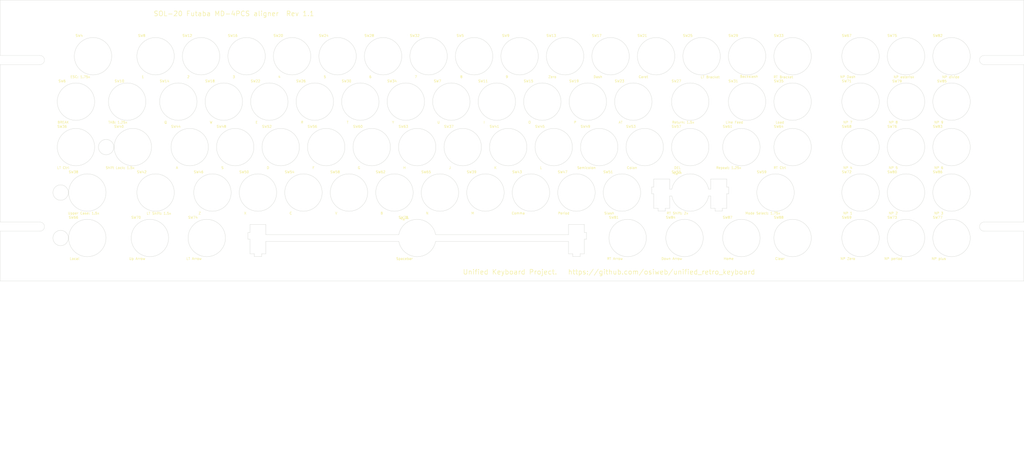
<source format=kicad_pcb>
(kicad_pcb (version 20171130) (host pcbnew "(5.1.5-0-10_14)")

  (general
    (thickness 1.6)
    (drawings 26)
    (tracks 0)
    (zones 0)
    (modules 94)
    (nets 1)
  )

  (page C)
  (title_block
    (title "Unified Retro Keyboard")
    (date 2019-08-25)
    (rev 1.1)
    (company OSIWeb.org)
    (comment 1 "Key aligner - Futaba")
  )

  (layers
    (0 F.Cu signal)
    (31 B.Cu signal)
    (32 B.Adhes user)
    (33 F.Adhes user)
    (34 B.Paste user)
    (35 F.Paste user)
    (36 B.SilkS user)
    (37 F.SilkS user)
    (38 B.Mask user)
    (39 F.Mask user)
    (40 Dwgs.User user)
    (41 Cmts.User user)
    (42 Eco1.User user)
    (43 Eco2.User user)
    (44 Edge.Cuts user)
    (45 Margin user)
    (46 B.CrtYd user)
    (47 F.CrtYd user)
    (48 B.Fab user)
    (49 F.Fab user)
  )

  (setup
    (last_trace_width 0.254)
    (user_trace_width 0.254)
    (user_trace_width 0.508)
    (user_trace_width 1.27)
    (trace_clearance 0.2)
    (zone_clearance 0.508)
    (zone_45_only no)
    (trace_min 0.2)
    (via_size 0.8128)
    (via_drill 0.4064)
    (via_min_size 0.4)
    (via_min_drill 0.3)
    (user_via 1.27 0.7112)
    (uvia_size 0.3048)
    (uvia_drill 0.1016)
    (uvias_allowed no)
    (uvia_min_size 0.2)
    (uvia_min_drill 0.1)
    (edge_width 0.05)
    (segment_width 0.2)
    (pcb_text_width 0.3)
    (pcb_text_size 1.5 1.5)
    (mod_edge_width 0.12)
    (mod_text_size 1 1)
    (mod_text_width 0.15)
    (pad_size 3.81 3.81)
    (pad_drill 3.81)
    (pad_to_mask_clearance 0)
    (aux_axis_origin 61.4172 179.1081)
    (grid_origin 76.835 223.393)
    (visible_elements 7FFFEFFF)
    (pcbplotparams
      (layerselection 0x010fc_ffffffff)
      (usegerberextensions false)
      (usegerberattributes false)
      (usegerberadvancedattributes false)
      (creategerberjobfile false)
      (excludeedgelayer true)
      (linewidth 0.100000)
      (plotframeref false)
      (viasonmask false)
      (mode 1)
      (useauxorigin false)
      (hpglpennumber 1)
      (hpglpenspeed 20)
      (hpglpendiameter 15.000000)
      (psnegative false)
      (psa4output false)
      (plotreference true)
      (plotvalue true)
      (plotinvisibletext false)
      (padsonsilk false)
      (subtractmaskfromsilk false)
      (outputformat 1)
      (mirror false)
      (drillshape 0)
      (scaleselection 1)
      (outputdirectory "outputs"))
  )

  (net 0 "")

  (net_class Default "This is the default net class."
    (clearance 0.2)
    (trace_width 0.254)
    (via_dia 0.8128)
    (via_drill 0.4064)
    (uvia_dia 0.3048)
    (uvia_drill 0.1016)
    (diff_pair_width 0.2032)
    (diff_pair_gap 0.254)
  )

  (net_class power1 ""
    (clearance 0.254)
    (trace_width 1.27)
    (via_dia 1.27)
    (via_drill 0.7112)
    (uvia_dia 0.3048)
    (uvia_drill 0.1016)
    (diff_pair_width 0.2032)
    (diff_pair_gap 0.254)
  )

  (net_class signal ""
    (clearance 0.2032)
    (trace_width 0.254)
    (via_dia 0.8128)
    (via_drill 0.4064)
    (uvia_dia 0.3048)
    (uvia_drill 0.1016)
    (diff_pair_width 0.2032)
    (diff_pair_gap 0.254)
  )

  (module unikbd:Futaba_2u_Cherry_aligner locked (layer F.Cu) (tedit 5E8CDB68) (tstamp 5E12D3B8)
    (at 365.75238 187.74156)
    (path /5BC3E99D/5BC6D0C2)
    (fp_text reference SW55 (at -5.7912 -8.6106) (layer F.SilkS)
      (effects (font (size 1 1) (thickness 0.15)))
    )
    (fp_text value "RT Shift: 2x" (at -5.334 8.6614) (layer F.SilkS)
      (effects (font (size 1 1) (thickness 0.15)))
    )
    (fp_arc (start 0 0) (end -7.697216 1.397) (angle -159.4) (layer Edge.Cuts) (width 0.12))
    (fp_arc (start 0 0) (end 7.697216 -1.397) (angle -159.4) (layer Edge.Cuts) (width 0.12))
    (fp_line (start 7.6962 1.397) (end 8.6106 1.397) (layer Edge.Cuts) (width 0.12))
    (fp_line (start 7.6962 -1.397) (end 8.6106 -1.397) (layer Edge.Cuts) (width 0.12))
    (fp_line (start -8.6106 -1.397) (end -7.6962 -1.397) (layer Edge.Cuts) (width 0.12))
    (fp_line (start -8.6106 1.397) (end -7.6962 1.397) (layer Edge.Cuts) (width 0.12))
    (fp_text user SW** (at -5.334 -7.874) (layer F.SilkS)
      (effects (font (size 1 1) (thickness 0.15)))
    )
    (fp_text user MX_space_aligner (at -0.6096 7.9248) (layer B.Fab)
      (effects (font (size 1 1) (thickness 0.15)))
    )
    (fp_line (start 15.2654 -5.6896) (end 15.2654 -2.286) (layer Edge.Cuts) (width 0.12))
    (fp_line (start 15.2654 -2.286) (end 16.129 -2.286) (layer Edge.Cuts) (width 0.12))
    (fp_line (start 16.129 -2.286) (end 16.129 0.508) (layer Edge.Cuts) (width 0.12))
    (fp_line (start 16.129 0.508) (end 15.2654 0.508) (layer Edge.Cuts) (width 0.12))
    (fp_line (start 15.2654 0.508) (end 15.2654 6.604) (layer Edge.Cuts) (width 0.12))
    (fp_line (start 15.2654 6.604) (end 13.462 6.604) (layer Edge.Cuts) (width 0.12))
    (fp_line (start 13.462 6.604) (end 13.462 7.7724) (layer Edge.Cuts) (width 0.12))
    (fp_line (start 8.6106 -5.6896) (end 15.2654 -5.6896) (layer Edge.Cuts) (width 0.12))
    (fp_line (start 8.6106 -1.397) (end 8.6106 -5.6896) (layer Edge.Cuts) (width 0.12))
    (fp_line (start 13.462 7.7724) (end 10.414 7.7724) (layer Edge.Cuts) (width 0.12))
    (fp_line (start 10.414 7.7724) (end 10.414 6.604) (layer Edge.Cuts) (width 0.12))
    (fp_line (start 10.414 6.604) (end 8.6106 6.604) (layer Edge.Cuts) (width 0.12))
    (fp_line (start 8.6106 6.604) (end 8.6106 1.397) (layer Edge.Cuts) (width 0.12))
    (fp_line (start -8.6106 1.397) (end -8.6106 6.604) (layer Edge.Cuts) (width 0.12))
    (fp_line (start -8.6106 6.604) (end -10.414 6.604) (layer Edge.Cuts) (width 0.12))
    (fp_line (start -10.414 6.604) (end -10.414 7.7724) (layer Edge.Cuts) (width 0.12))
    (fp_line (start -10.414 7.7724) (end -13.462 7.7724) (layer Edge.Cuts) (width 0.12))
    (fp_line (start -13.462 7.7724) (end -13.462 6.604) (layer Edge.Cuts) (width 0.12))
    (fp_line (start -13.462 6.604) (end -15.2654 6.604) (layer Edge.Cuts) (width 0.12))
    (fp_line (start -15.2654 6.604) (end -15.2654 0.508) (layer Edge.Cuts) (width 0.12))
    (fp_line (start -15.2654 0.508) (end -16.129 0.508) (layer Edge.Cuts) (width 0.12))
    (fp_line (start -16.129 0.508) (end -16.129 -2.286) (layer Edge.Cuts) (width 0.12))
    (fp_line (start -16.129 -2.286) (end -15.2654 -2.286) (layer Edge.Cuts) (width 0.12))
    (fp_line (start -15.2654 -2.286) (end -15.2654 -5.6896) (layer Edge.Cuts) (width 0.12))
    (fp_line (start -15.2654 -5.6896) (end -8.6106 -5.6896) (layer Edge.Cuts) (width 0.12))
    (fp_line (start -8.6106 -5.6896) (end -8.6106 -1.397) (layer Edge.Cuts) (width 0.12))
    (pad "" np_thru_hole circle (at 6.985 6.985) (size 1.6256 1.6256) (drill 1.6256) (layers *.Cu *.Mask))
    (pad "" np_thru_hole circle (at 6.985 -6.985) (size 1.6256 1.6256) (drill 1.6256) (layers *.Cu *.Mask))
    (pad "" np_thru_hole circle (at -6.985 6.985) (size 1.6256 1.6256) (drill 1.6256) (layers *.Cu *.Mask))
    (pad "" np_thru_hole circle (at -6.985 -6.985) (size 1.6256 1.6256) (drill 1.6256) (layers *.Cu *.Mask))
  )

  (module unikbd:Futaba_space_Cherry_aligner locked (layer F.Cu) (tedit 5E8CDC7A) (tstamp 5E12D584)
    (at 251.45238 206.79156)
    (path /5E16AC8E/5E135ADC)
    (fp_text reference SW78 (at -5.7912 -8.6106) (layer F.SilkS)
      (effects (font (size 1 1) (thickness 0.15)))
    )
    (fp_text value Spacebar (at -5.334 8.6614) (layer F.SilkS)
      (effects (font (size 1 1) (thickness 0.15)))
    )
    (fp_text user MX_space_aligner (at -0.6096 7.9248) (layer B.Fab)
      (effects (font (size 1 1) (thickness 0.15)))
    )
    (fp_text user SW** (at -5.334 -7.874) (layer F.SilkS)
      (effects (font (size 1 1) (thickness 0.15)))
    )
    (fp_text user Futaba_2u_Cherry_aligner (at 0 -0.5) (layer F.Fab)
      (effects (font (size 1 1) (thickness 0.15)))
    )
    (fp_text user REF** (at 0 0.5) (layer F.SilkS) hide
      (effects (font (size 1 1) (thickness 0.15)))
    )
    (fp_line (start -63.3476 1.397) (end -7.6962 1.397) (layer Edge.Cuts) (width 0.12))
    (fp_line (start -63.3476 -1.397) (end -7.6962 -1.397) (layer Edge.Cuts) (width 0.12))
    (fp_line (start 7.6962 -1.397) (end 63.3476 -1.397) (layer Edge.Cuts) (width 0.12))
    (fp_line (start 7.6962 1.397) (end 63.3476 1.397) (layer Edge.Cuts) (width 0.12))
    (fp_arc (start 0 0) (end 7.697216 -1.397) (angle -159.4) (layer Edge.Cuts) (width 0.12))
    (fp_arc (start 0 0) (end -7.697216 1.397) (angle -159.4) (layer Edge.Cuts) (width 0.12))
    (fp_line (start 63.3476 -1.397) (end 63.3476 -5.6896) (layer Edge.Cuts) (width 0.12))
    (fp_line (start 63.3476 -5.6896) (end 70.0024 -5.6896) (layer Edge.Cuts) (width 0.12))
    (fp_line (start 70.0024 -5.6896) (end 70.0024 -2.286) (layer Edge.Cuts) (width 0.12))
    (fp_line (start 70.0024 -2.286) (end 70.866 -2.286) (layer Edge.Cuts) (width 0.12))
    (fp_line (start 70.866 -2.286) (end 70.866 0.508) (layer Edge.Cuts) (width 0.12))
    (fp_line (start 70.866 0.508) (end 70.0024 0.508) (layer Edge.Cuts) (width 0.12))
    (fp_line (start 70.0024 0.508) (end 70.0024 6.604) (layer Edge.Cuts) (width 0.12))
    (fp_line (start 70.0024 6.604) (end 68.199 6.604) (layer Edge.Cuts) (width 0.12))
    (fp_line (start 68.199 6.604) (end 68.199 7.7724) (layer Edge.Cuts) (width 0.12))
    (fp_line (start 68.199 7.7724) (end 65.151 7.7724) (layer Edge.Cuts) (width 0.12))
    (fp_line (start 65.151 7.7724) (end 65.151 6.604) (layer Edge.Cuts) (width 0.12))
    (fp_line (start 65.151 6.604) (end 63.3476 6.604) (layer Edge.Cuts) (width 0.12))
    (fp_line (start 63.3476 6.604) (end 63.3476 1.397) (layer Edge.Cuts) (width 0.12))
    (fp_line (start -63.3476 1.397) (end -63.3476 6.604) (layer Edge.Cuts) (width 0.12))
    (fp_line (start -63.3476 6.604) (end -65.151 6.604) (layer Edge.Cuts) (width 0.12))
    (fp_line (start -65.151 6.604) (end -65.151 7.7724) (layer Edge.Cuts) (width 0.12))
    (fp_line (start -65.151 7.7724) (end -68.199 7.7724) (layer Edge.Cuts) (width 0.12))
    (fp_line (start -68.199 7.7724) (end -68.199 6.604) (layer Edge.Cuts) (width 0.12))
    (fp_line (start -68.199 6.604) (end -70.0024 6.604) (layer Edge.Cuts) (width 0.12))
    (fp_line (start -70.0024 6.604) (end -70.0024 0.508) (layer Edge.Cuts) (width 0.12))
    (fp_line (start -70.0024 0.508) (end -70.866 0.508) (layer Edge.Cuts) (width 0.12))
    (fp_line (start -70.866 0.508) (end -70.866 -2.286) (layer Edge.Cuts) (width 0.12))
    (fp_line (start -70.866 -2.286) (end -70.0024 -2.286) (layer Edge.Cuts) (width 0.12))
    (fp_line (start -70.0024 -2.286) (end -70.0024 -5.6896) (layer Edge.Cuts) (width 0.12))
    (fp_line (start -70.0024 -5.6896) (end -63.3476 -5.6896) (layer Edge.Cuts) (width 0.12))
    (fp_line (start -63.3476 -5.6896) (end -63.3476 -1.397) (layer Edge.Cuts) (width 0.12))
    (pad "" np_thru_hole circle (at -6.985 6.985) (size 1.6256 1.6256) (drill 1.6256) (layers *.Cu *.Mask))
    (pad "" np_thru_hole circle (at -6.985 -6.985) (size 1.6256 1.6256) (drill 1.6256) (layers *.Cu *.Mask))
    (pad "" np_thru_hole circle (at 6.985 -6.985) (size 1.6256 1.6256) (drill 1.6256) (layers *.Cu *.Mask))
    (pad "" np_thru_hole circle (at 6.985 6.985) (size 1.6256 1.6256) (drill 1.6256) (layers *.Cu *.Mask))
  )

  (module unikbd:Futaba-MD-4PCS-aligner locked (layer F.Cu) (tedit 5DA63068) (tstamp 5E12D408)
    (at 401.47113 187.74156)
    (path /5BC3E99D/5BC6D0C9)
    (fp_text reference SW59 (at -5.7912 -8.6106) (layer F.SilkS)
      (effects (font (size 1 1) (thickness 0.15)))
    )
    (fp_text value "Mode Select: 1.75x" (at -5.334 8.6614) (layer F.SilkS)
      (effects (font (size 1 1) (thickness 0.15)))
    )
    (fp_circle (center 0 0) (end 7.8232 0) (layer Edge.Cuts) (width 0.12))
    (pad "" np_thru_hole circle (at -6.985 -6.985) (size 1.6256 1.6256) (drill 1.6256) (layers *.Cu *.Mask))
    (pad "" np_thru_hole circle (at -6.985 6.985) (size 1.6256 1.6256) (drill 1.6256) (layers *.Cu *.Mask))
    (pad "" np_thru_hole circle (at 6.985 6.985) (size 1.6256 1.6256) (drill 1.6256) (layers *.Cu *.Mask))
    (pad "" np_thru_hole circle (at 6.985 -6.985) (size 1.6256 1.6256) (drill 1.6256) (layers *.Cu *.Mask))
  )

  (module unikbd:Futaba-MD-4PCS-aligner locked (layer F.Cu) (tedit 5DA63068) (tstamp 5E12D458)
    (at 251.45238 168.69156)
    (path /5BC3E99D/5BC3FF70)
    (fp_text reference SW63 (at -5.7912 -8.6106) (layer F.SilkS)
      (effects (font (size 1 1) (thickness 0.15)))
    )
    (fp_text value H (at -5.334 8.6614) (layer F.SilkS)
      (effects (font (size 1 1) (thickness 0.15)))
    )
    (fp_circle (center 0 0) (end 7.8232 0) (layer Edge.Cuts) (width 0.12))
    (pad "" np_thru_hole circle (at -6.985 -6.985) (size 1.6256 1.6256) (drill 1.6256) (layers *.Cu *.Mask))
    (pad "" np_thru_hole circle (at -6.985 6.985) (size 1.6256 1.6256) (drill 1.6256) (layers *.Cu *.Mask))
    (pad "" np_thru_hole circle (at 6.985 6.985) (size 1.6256 1.6256) (drill 1.6256) (layers *.Cu *.Mask))
    (pad "" np_thru_hole circle (at 6.985 -6.985) (size 1.6256 1.6256) (drill 1.6256) (layers *.Cu *.Mask))
  )

  (module unikbd:Futaba-MD-4PCS-aligner locked (layer F.Cu) (tedit 5DA63068) (tstamp 5E12D41C)
    (at 232.40238 168.69156)
    (path /5BC3E99D/5BC3FF77)
    (fp_text reference SW60 (at -5.7912 -8.6106) (layer F.SilkS)
      (effects (font (size 1 1) (thickness 0.15)))
    )
    (fp_text value G (at -5.334 8.6614) (layer F.SilkS)
      (effects (font (size 1 1) (thickness 0.15)))
    )
    (fp_circle (center 0 0) (end 7.8232 0) (layer Edge.Cuts) (width 0.12))
    (pad "" np_thru_hole circle (at -6.985 -6.985) (size 1.6256 1.6256) (drill 1.6256) (layers *.Cu *.Mask))
    (pad "" np_thru_hole circle (at -6.985 6.985) (size 1.6256 1.6256) (drill 1.6256) (layers *.Cu *.Mask))
    (pad "" np_thru_hole circle (at 6.985 6.985) (size 1.6256 1.6256) (drill 1.6256) (layers *.Cu *.Mask))
    (pad "" np_thru_hole circle (at 6.985 -6.985) (size 1.6256 1.6256) (drill 1.6256) (layers *.Cu *.Mask))
  )

  (module unikbd:Futaba-MD-4PCS-aligner locked (layer F.Cu) (tedit 5DA63068) (tstamp 5E12D430)
    (at 387.18363 168.69156)
    (path /5BC3E99D/5BC6CD87)
    (fp_text reference SW61 (at -5.7912 -8.6106) (layer F.SilkS)
      (effects (font (size 1 1) (thickness 0.15)))
    )
    (fp_text value "Repeat: 1.25x" (at -5.334 8.6614) (layer F.SilkS)
      (effects (font (size 1 1) (thickness 0.15)))
    )
    (fp_circle (center 0 0) (end 7.8232 0) (layer Edge.Cuts) (width 0.12))
    (pad "" np_thru_hole circle (at -6.985 -6.985) (size 1.6256 1.6256) (drill 1.6256) (layers *.Cu *.Mask))
    (pad "" np_thru_hole circle (at -6.985 6.985) (size 1.6256 1.6256) (drill 1.6256) (layers *.Cu *.Mask))
    (pad "" np_thru_hole circle (at 6.985 6.985) (size 1.6256 1.6256) (drill 1.6256) (layers *.Cu *.Mask))
    (pad "" np_thru_hole circle (at 6.985 -6.985) (size 1.6256 1.6256) (drill 1.6256) (layers *.Cu *.Mask))
  )

  (module unikbd:Futaba-MD-4PCS-aligner locked (layer F.Cu) (tedit 5DA63068) (tstamp 5E12D3CC)
    (at 213.35238 168.69156)
    (path /5BC3E99D/5BC3FF69)
    (fp_text reference SW56 (at -5.7912 -8.6106) (layer F.SilkS)
      (effects (font (size 1 1) (thickness 0.15)))
    )
    (fp_text value F (at -5.334 8.6614) (layer F.SilkS)
      (effects (font (size 1 1) (thickness 0.15)))
    )
    (fp_circle (center 0 0) (end 7.8232 0) (layer Edge.Cuts) (width 0.12))
    (pad "" np_thru_hole circle (at -6.985 -6.985) (size 1.6256 1.6256) (drill 1.6256) (layers *.Cu *.Mask))
    (pad "" np_thru_hole circle (at -6.985 6.985) (size 1.6256 1.6256) (drill 1.6256) (layers *.Cu *.Mask))
    (pad "" np_thru_hole circle (at 6.985 6.985) (size 1.6256 1.6256) (drill 1.6256) (layers *.Cu *.Mask))
    (pad "" np_thru_hole circle (at 6.985 -6.985) (size 1.6256 1.6256) (drill 1.6256) (layers *.Cu *.Mask))
  )

  (module unikbd:Futaba-MD-4PCS-aligner locked (layer F.Cu) (tedit 5DA63068) (tstamp 5E12D46C)
    (at 408.61488 168.69156)
    (path /5BC3E99D/5BC6CD80)
    (fp_text reference SW64 (at -5.7912 -8.6106) (layer F.SilkS)
      (effects (font (size 1 1) (thickness 0.15)))
    )
    (fp_text value "RT Ctrl" (at -5.334 8.6614) (layer F.SilkS)
      (effects (font (size 1 1) (thickness 0.15)))
    )
    (fp_circle (center 0 0) (end 7.8232 0) (layer Edge.Cuts) (width 0.12))
    (pad "" np_thru_hole circle (at -6.985 -6.985) (size 1.6256 1.6256) (drill 1.6256) (layers *.Cu *.Mask))
    (pad "" np_thru_hole circle (at -6.985 6.985) (size 1.6256 1.6256) (drill 1.6256) (layers *.Cu *.Mask))
    (pad "" np_thru_hole circle (at 6.985 6.985) (size 1.6256 1.6256) (drill 1.6256) (layers *.Cu *.Mask))
    (pad "" np_thru_hole circle (at 6.985 -6.985) (size 1.6256 1.6256) (drill 1.6256) (layers *.Cu *.Mask))
  )

  (module unikbd:Futaba-MD-4PCS-aligner locked (layer F.Cu) (tedit 5DA63068) (tstamp 5E12D250)
    (at 270.50238 168.69156)
    (path /5BC3E99D/5E1BE11F)
    (fp_text reference SW37 (at -5.7912 -8.6106) (layer F.SilkS)
      (effects (font (size 1 1) (thickness 0.15)))
    )
    (fp_text value J (at -5.334 8.6614) (layer F.SilkS)
      (effects (font (size 1 1) (thickness 0.15)))
    )
    (fp_circle (center 0 0) (end 7.8232 0) (layer Edge.Cuts) (width 0.12))
    (pad "" np_thru_hole circle (at -6.985 -6.985) (size 1.6256 1.6256) (drill 1.6256) (layers *.Cu *.Mask))
    (pad "" np_thru_hole circle (at -6.985 6.985) (size 1.6256 1.6256) (drill 1.6256) (layers *.Cu *.Mask))
    (pad "" np_thru_hole circle (at 6.985 6.985) (size 1.6256 1.6256) (drill 1.6256) (layers *.Cu *.Mask))
    (pad "" np_thru_hole circle (at 6.985 -6.985) (size 1.6256 1.6256) (drill 1.6256) (layers *.Cu *.Mask))
  )

  (module unikbd:Futaba-MD-4PCS-aligner locked (layer F.Cu) (tedit 5DA63068) (tstamp 5E12D55C)
    (at 456.11288 168.69156)
    (path /5E16AC8E/5E1BE10C)
    (fp_text reference SW76 (at -5.7912 -8.6106) (layer F.SilkS)
      (effects (font (size 1 1) (thickness 0.15)))
    )
    (fp_text value "NP 5" (at -5.334 8.6614) (layer F.SilkS)
      (effects (font (size 1 1) (thickness 0.15)))
    )
    (fp_circle (center 0 0) (end 7.8232 0) (layer Edge.Cuts) (width 0.12))
    (pad "" np_thru_hole circle (at -6.985 -6.985) (size 1.6256 1.6256) (drill 1.6256) (layers *.Cu *.Mask))
    (pad "" np_thru_hole circle (at -6.985 6.985) (size 1.6256 1.6256) (drill 1.6256) (layers *.Cu *.Mask))
    (pad "" np_thru_hole circle (at 6.985 6.985) (size 1.6256 1.6256) (drill 1.6256) (layers *.Cu *.Mask))
    (pad "" np_thru_hole circle (at 6.985 -6.985) (size 1.6256 1.6256) (drill 1.6256) (layers *.Cu *.Mask))
  )

  (module unikbd:Futaba-MD-4PCS-aligner locked (layer F.Cu) (tedit 5DA63068) (tstamp 5E12D28C)
    (at 132.38988 168.69156)
    (path /5BC3E99D/5BC3FD26)
    (fp_text reference SW40 (at -5.7912 -8.6106) (layer F.SilkS)
      (effects (font (size 1 1) (thickness 0.15)))
    )
    (fp_text value "Shift Lock: 1.5x" (at -5.334 8.6614) (layer F.SilkS)
      (effects (font (size 1 1) (thickness 0.15)))
    )
    (fp_circle (center 0 0) (end 7.8232 0) (layer Edge.Cuts) (width 0.12))
    (pad "" np_thru_hole circle (at -6.985 -6.985) (size 1.6256 1.6256) (drill 1.6256) (layers *.Cu *.Mask))
    (pad "" np_thru_hole circle (at -6.985 6.985) (size 1.6256 1.6256) (drill 1.6256) (layers *.Cu *.Mask))
    (pad "" np_thru_hole circle (at 6.985 6.985) (size 1.6256 1.6256) (drill 1.6256) (layers *.Cu *.Mask))
    (pad "" np_thru_hole circle (at 6.985 -6.985) (size 1.6256 1.6256) (drill 1.6256) (layers *.Cu *.Mask))
  )

  (module unikbd:Futaba-MD-4PCS-aligner locked (layer F.Cu) (tedit 5DA63068) (tstamp 5E12D2A0)
    (at 289.55238 168.69156)
    (path /5BC3E99D/5BC6CD5D)
    (fp_text reference SW41 (at -5.7912 -8.6106) (layer F.SilkS)
      (effects (font (size 1 1) (thickness 0.15)))
    )
    (fp_text value K (at -5.334 8.6614) (layer F.SilkS)
      (effects (font (size 1 1) (thickness 0.15)))
    )
    (fp_circle (center 0 0) (end 7.8232 0) (layer Edge.Cuts) (width 0.12))
    (pad "" np_thru_hole circle (at -6.985 -6.985) (size 1.6256 1.6256) (drill 1.6256) (layers *.Cu *.Mask))
    (pad "" np_thru_hole circle (at -6.985 6.985) (size 1.6256 1.6256) (drill 1.6256) (layers *.Cu *.Mask))
    (pad "" np_thru_hole circle (at 6.985 6.985) (size 1.6256 1.6256) (drill 1.6256) (layers *.Cu *.Mask))
    (pad "" np_thru_hole circle (at 6.985 -6.985) (size 1.6256 1.6256) (drill 1.6256) (layers *.Cu *.Mask))
  )

  (module unikbd:Futaba-MD-4PCS-aligner locked (layer F.Cu) (tedit 5DA63068) (tstamp 5E12D2DC)
    (at 156.20238 168.69156)
    (path /5BC3E99D/5BC3FE57)
    (fp_text reference SW44 (at -5.7912 -8.6106) (layer F.SilkS)
      (effects (font (size 1 1) (thickness 0.15)))
    )
    (fp_text value A (at -5.334 8.6614) (layer F.SilkS)
      (effects (font (size 1 1) (thickness 0.15)))
    )
    (fp_circle (center 0 0) (end 7.8232 0) (layer Edge.Cuts) (width 0.12))
    (pad "" np_thru_hole circle (at -6.985 -6.985) (size 1.6256 1.6256) (drill 1.6256) (layers *.Cu *.Mask))
    (pad "" np_thru_hole circle (at -6.985 6.985) (size 1.6256 1.6256) (drill 1.6256) (layers *.Cu *.Mask))
    (pad "" np_thru_hole circle (at 6.985 6.985) (size 1.6256 1.6256) (drill 1.6256) (layers *.Cu *.Mask))
    (pad "" np_thru_hole circle (at 6.985 -6.985) (size 1.6256 1.6256) (drill 1.6256) (layers *.Cu *.Mask))
  )

  (module unikbd:Futaba-MD-4PCS-aligner locked (layer F.Cu) (tedit 5DA63068) (tstamp 5E12D2F0)
    (at 308.60238 168.69156)
    (path /5BC3E99D/5BC6CD6B)
    (fp_text reference SW45 (at -5.7912 -8.6106) (layer F.SilkS)
      (effects (font (size 1 1) (thickness 0.15)))
    )
    (fp_text value L (at -5.334 8.6614) (layer F.SilkS)
      (effects (font (size 1 1) (thickness 0.15)))
    )
    (fp_circle (center 0 0) (end 7.8232 0) (layer Edge.Cuts) (width 0.12))
    (pad "" np_thru_hole circle (at -6.985 -6.985) (size 1.6256 1.6256) (drill 1.6256) (layers *.Cu *.Mask))
    (pad "" np_thru_hole circle (at -6.985 6.985) (size 1.6256 1.6256) (drill 1.6256) (layers *.Cu *.Mask))
    (pad "" np_thru_hole circle (at 6.985 6.985) (size 1.6256 1.6256) (drill 1.6256) (layers *.Cu *.Mask))
    (pad "" np_thru_hole circle (at 6.985 -6.985) (size 1.6256 1.6256) (drill 1.6256) (layers *.Cu *.Mask))
  )

  (module unikbd:Futaba-MD-4PCS-aligner locked (layer F.Cu) (tedit 5DA63068) (tstamp 5E12D32C)
    (at 175.25238 168.69156)
    (path /5BC3E99D/5E1BE11D)
    (fp_text reference SW48 (at -5.7912 -8.6106) (layer F.SilkS)
      (effects (font (size 1 1) (thickness 0.15)))
    )
    (fp_text value S (at -5.334 8.6614) (layer F.SilkS)
      (effects (font (size 1 1) (thickness 0.15)))
    )
    (fp_circle (center 0 0) (end 7.8232 0) (layer Edge.Cuts) (width 0.12))
    (pad "" np_thru_hole circle (at -6.985 -6.985) (size 1.6256 1.6256) (drill 1.6256) (layers *.Cu *.Mask))
    (pad "" np_thru_hole circle (at -6.985 6.985) (size 1.6256 1.6256) (drill 1.6256) (layers *.Cu *.Mask))
    (pad "" np_thru_hole circle (at 6.985 6.985) (size 1.6256 1.6256) (drill 1.6256) (layers *.Cu *.Mask))
    (pad "" np_thru_hole circle (at 6.985 -6.985) (size 1.6256 1.6256) (drill 1.6256) (layers *.Cu *.Mask))
  )

  (module unikbd:Futaba-MD-4PCS-aligner locked (layer F.Cu) (tedit 5DA63068) (tstamp 5E12D340)
    (at 327.65238 168.69156)
    (path /5BC3E99D/5BC6CD64)
    (fp_text reference SW49 (at -5.7912 -8.6106) (layer F.SilkS)
      (effects (font (size 1 1) (thickness 0.15)))
    )
    (fp_text value Semicolon (at -5.334 8.6614) (layer F.SilkS)
      (effects (font (size 1 1) (thickness 0.15)))
    )
    (fp_circle (center 0 0) (end 7.8232 0) (layer Edge.Cuts) (width 0.12))
    (pad "" np_thru_hole circle (at -6.985 -6.985) (size 1.6256 1.6256) (drill 1.6256) (layers *.Cu *.Mask))
    (pad "" np_thru_hole circle (at -6.985 6.985) (size 1.6256 1.6256) (drill 1.6256) (layers *.Cu *.Mask))
    (pad "" np_thru_hole circle (at 6.985 6.985) (size 1.6256 1.6256) (drill 1.6256) (layers *.Cu *.Mask))
    (pad "" np_thru_hole circle (at 6.985 -6.985) (size 1.6256 1.6256) (drill 1.6256) (layers *.Cu *.Mask))
  )

  (module unikbd:Futaba-MD-4PCS-aligner locked (layer F.Cu) (tedit 5DA63068) (tstamp 5E12D37C)
    (at 194.30238 168.69156)
    (path /5BC3E99D/5E0AC938)
    (fp_text reference SW52 (at -5.7912 -8.6106) (layer F.SilkS)
      (effects (font (size 1 1) (thickness 0.15)))
    )
    (fp_text value D (at -5.334 8.6614) (layer F.SilkS)
      (effects (font (size 1 1) (thickness 0.15)))
    )
    (fp_circle (center 0 0) (end 7.8232 0) (layer Edge.Cuts) (width 0.12))
    (pad "" np_thru_hole circle (at -6.985 -6.985) (size 1.6256 1.6256) (drill 1.6256) (layers *.Cu *.Mask))
    (pad "" np_thru_hole circle (at -6.985 6.985) (size 1.6256 1.6256) (drill 1.6256) (layers *.Cu *.Mask))
    (pad "" np_thru_hole circle (at 6.985 6.985) (size 1.6256 1.6256) (drill 1.6256) (layers *.Cu *.Mask))
    (pad "" np_thru_hole circle (at 6.985 -6.985) (size 1.6256 1.6256) (drill 1.6256) (layers *.Cu *.Mask))
  )

  (module unikbd:Futaba-MD-4PCS-aligner locked (layer F.Cu) (tedit 5DA63068) (tstamp 5E12D390)
    (at 346.70238 168.69156)
    (path /5BC3E99D/5BC6CD72)
    (fp_text reference SW53 (at -5.7912 -8.6106) (layer F.SilkS)
      (effects (font (size 1 1) (thickness 0.15)))
    )
    (fp_text value Colon (at -5.334 8.6614) (layer F.SilkS)
      (effects (font (size 1 1) (thickness 0.15)))
    )
    (fp_circle (center 0 0) (end 7.8232 0) (layer Edge.Cuts) (width 0.12))
    (pad "" np_thru_hole circle (at -6.985 -6.985) (size 1.6256 1.6256) (drill 1.6256) (layers *.Cu *.Mask))
    (pad "" np_thru_hole circle (at -6.985 6.985) (size 1.6256 1.6256) (drill 1.6256) (layers *.Cu *.Mask))
    (pad "" np_thru_hole circle (at 6.985 6.985) (size 1.6256 1.6256) (drill 1.6256) (layers *.Cu *.Mask))
    (pad "" np_thru_hole circle (at 6.985 -6.985) (size 1.6256 1.6256) (drill 1.6256) (layers *.Cu *.Mask))
  )

  (module unikbd:Futaba-MD-4PCS-aligner locked (layer F.Cu) (tedit 5DA63068) (tstamp 5E12D4BC)
    (at 437.06288 168.69156)
    (path /5E16AC8E/5E1BE109)
    (fp_text reference SW68 (at -5.7912 -8.6106) (layer F.SilkS)
      (effects (font (size 1 1) (thickness 0.15)))
    )
    (fp_text value "NP 4" (at -5.334 8.6614) (layer F.SilkS)
      (effects (font (size 1 1) (thickness 0.15)))
    )
    (fp_circle (center 0 0) (end 7.8232 0) (layer Edge.Cuts) (width 0.12))
    (pad "" np_thru_hole circle (at -6.985 -6.985) (size 1.6256 1.6256) (drill 1.6256) (layers *.Cu *.Mask))
    (pad "" np_thru_hole circle (at -6.985 6.985) (size 1.6256 1.6256) (drill 1.6256) (layers *.Cu *.Mask))
    (pad "" np_thru_hole circle (at 6.985 6.985) (size 1.6256 1.6256) (drill 1.6256) (layers *.Cu *.Mask))
    (pad "" np_thru_hole circle (at 6.985 -6.985) (size 1.6256 1.6256) (drill 1.6256) (layers *.Cu *.Mask))
  )

  (module unikbd:Futaba-MD-4PCS-aligner locked (layer F.Cu) (tedit 5DA63068) (tstamp 5E12D5E8)
    (at 475.16288 168.69156)
    (path /5E16AC8E/5E1BE10D)
    (fp_text reference SW83 (at -5.7912 -8.6106) (layer F.SilkS)
      (effects (font (size 1 1) (thickness 0.15)))
    )
    (fp_text value "NP 6" (at -5.334 8.6614) (layer F.SilkS)
      (effects (font (size 1 1) (thickness 0.15)))
    )
    (fp_circle (center 0 0) (end 7.8232 0) (layer Edge.Cuts) (width 0.12))
    (pad "" np_thru_hole circle (at -6.985 -6.985) (size 1.6256 1.6256) (drill 1.6256) (layers *.Cu *.Mask))
    (pad "" np_thru_hole circle (at -6.985 6.985) (size 1.6256 1.6256) (drill 1.6256) (layers *.Cu *.Mask))
    (pad "" np_thru_hole circle (at 6.985 6.985) (size 1.6256 1.6256) (drill 1.6256) (layers *.Cu *.Mask))
    (pad "" np_thru_hole circle (at 6.985 -6.985) (size 1.6256 1.6256) (drill 1.6256) (layers *.Cu *.Mask))
  )

  (module unikbd:Futaba-MD-4PCS-aligner locked (layer F.Cu) (tedit 5DA63068) (tstamp 5E12D3E0)
    (at 365.75238 168.69156)
    (path /5BC3E99D/5BC6CD79)
    (fp_text reference SW57 (at -5.7912 -8.6106) (layer F.SilkS)
      (effects (font (size 1 1) (thickness 0.15)))
    )
    (fp_text value DEL (at -5.334 8.6614) (layer F.SilkS)
      (effects (font (size 1 1) (thickness 0.15)))
    )
    (fp_circle (center 0 0) (end 7.8232 0) (layer Edge.Cuts) (width 0.12))
    (pad "" np_thru_hole circle (at -6.985 -6.985) (size 1.6256 1.6256) (drill 1.6256) (layers *.Cu *.Mask))
    (pad "" np_thru_hole circle (at -6.985 6.985) (size 1.6256 1.6256) (drill 1.6256) (layers *.Cu *.Mask))
    (pad "" np_thru_hole circle (at 6.985 6.985) (size 1.6256 1.6256) (drill 1.6256) (layers *.Cu *.Mask))
    (pad "" np_thru_hole circle (at 6.985 -6.985) (size 1.6256 1.6256) (drill 1.6256) (layers *.Cu *.Mask))
  )

  (module unikbd:Futaba-MD-4PCS-aligner locked (layer F.Cu) (tedit 5DA63068) (tstamp 5E12D3A4)
    (at 203.82738 187.74156)
    (path /5BC3E99D/5BC6CEF2)
    (fp_text reference SW54 (at -5.7912 -8.6106) (layer F.SilkS)
      (effects (font (size 1 1) (thickness 0.15)))
    )
    (fp_text value C (at -5.334 8.6614) (layer F.SilkS)
      (effects (font (size 1 1) (thickness 0.15)))
    )
    (fp_circle (center 0 0) (end 7.8232 0) (layer Edge.Cuts) (width 0.12))
    (pad "" np_thru_hole circle (at -6.985 -6.985) (size 1.6256 1.6256) (drill 1.6256) (layers *.Cu *.Mask))
    (pad "" np_thru_hole circle (at -6.985 6.985) (size 1.6256 1.6256) (drill 1.6256) (layers *.Cu *.Mask))
    (pad "" np_thru_hole circle (at 6.985 6.985) (size 1.6256 1.6256) (drill 1.6256) (layers *.Cu *.Mask))
    (pad "" np_thru_hole circle (at 6.985 -6.985) (size 1.6256 1.6256) (drill 1.6256) (layers *.Cu *.Mask))
  )

  (module unikbd:Futaba-MD-4PCS-aligner locked (layer F.Cu) (tedit 5DA63068) (tstamp 5E6EC726)
    (at 163.34613 206.79156)
    (path /5E16AC8E/5E1BE0F6)
    (fp_text reference SW74 (at -5.7912 -8.6106) (layer F.SilkS)
      (effects (font (size 1 1) (thickness 0.15)))
    )
    (fp_text value "LT Arrow" (at -5.334 8.6614) (layer F.SilkS)
      (effects (font (size 1 1) (thickness 0.15)))
    )
    (fp_circle (center 0 0) (end 7.8232 0) (layer Edge.Cuts) (width 0.12))
    (pad "" np_thru_hole circle (at -6.985 -6.985) (size 1.6256 1.6256) (drill 1.6256) (layers *.Cu *.Mask))
    (pad "" np_thru_hole circle (at -6.985 6.985) (size 1.6256 1.6256) (drill 1.6256) (layers *.Cu *.Mask))
    (pad "" np_thru_hole circle (at 6.985 6.985) (size 1.6256 1.6256) (drill 1.6256) (layers *.Cu *.Mask))
    (pad "" np_thru_hole circle (at 6.985 -6.985) (size 1.6256 1.6256) (drill 1.6256) (layers *.Cu *.Mask))
  )

  (module unikbd:Futaba-MD-4PCS-aligner locked (layer F.Cu) (tedit 5DA63068) (tstamp 5E120789)
    (at 475.16288 149.64156)
    (path /5E16AC8E/5E1BE103)
    (fp_text reference SW85 (at -4.03098 -8.56996) (layer F.SilkS)
      (effects (font (size 1 1) (thickness 0.15)))
    )
    (fp_text value "NP 9" (at -5.334 8.6614) (layer F.SilkS)
      (effects (font (size 1 1) (thickness 0.15)))
    )
    (fp_circle (center 0 0) (end 7.8232 0) (layer Edge.Cuts) (width 0.12))
    (pad "" np_thru_hole circle (at -6.985 -6.985) (size 1.6256 1.6256) (drill 1.6256) (layers *.Cu *.Mask))
    (pad "" np_thru_hole circle (at -6.985 6.985) (size 1.6256 1.6256) (drill 1.6256) (layers *.Cu *.Mask))
    (pad "" np_thru_hole circle (at 6.985 6.985) (size 1.6256 1.6256) (drill 1.6256) (layers *.Cu *.Mask))
    (pad "" np_thru_hole circle (at 6.985 -6.985) (size 1.6256 1.6256) (drill 1.6256) (layers *.Cu *.Mask))
  )

  (module unikbd:Futaba-MD-4PCS-aligner locked (layer F.Cu) (tedit 5DA63068) (tstamp 5E12D1C4)
    (at 227.63988 149.64156)
    (path /5BC3EA0A/5BCAF420)
    (fp_text reference SW30 (at -5.7912 -8.6106) (layer F.SilkS)
      (effects (font (size 1 1) (thickness 0.15)))
    )
    (fp_text value T (at -5.334 8.6614) (layer F.SilkS)
      (effects (font (size 1 1) (thickness 0.15)))
    )
    (fp_circle (center 0 0) (end 7.8232 0) (layer Edge.Cuts) (width 0.12))
    (pad "" np_thru_hole circle (at -6.985 -6.985) (size 1.6256 1.6256) (drill 1.6256) (layers *.Cu *.Mask))
    (pad "" np_thru_hole circle (at -6.985 6.985) (size 1.6256 1.6256) (drill 1.6256) (layers *.Cu *.Mask))
    (pad "" np_thru_hole circle (at 6.985 6.985) (size 1.6256 1.6256) (drill 1.6256) (layers *.Cu *.Mask))
    (pad "" np_thru_hole circle (at 6.985 -6.985) (size 1.6256 1.6256) (drill 1.6256) (layers *.Cu *.Mask))
  )

  (module unikbd:Futaba-MD-4PCS-aligner locked (layer F.Cu) (tedit 5DA63068) (tstamp 5E12D64C)
    (at 408.61488 206.79156)
    (path /5E16AC8E/5E1BE0F8)
    (fp_text reference SW88 (at -5.7912 -8.6106) (layer F.SilkS)
      (effects (font (size 1 1) (thickness 0.15)))
    )
    (fp_text value Clear (at -5.334 8.6614) (layer F.SilkS)
      (effects (font (size 1 1) (thickness 0.15)))
    )
    (fp_circle (center 0 0) (end 7.8232 0) (layer Edge.Cuts) (width 0.12))
    (pad "" np_thru_hole circle (at -6.985 -6.985) (size 1.6256 1.6256) (drill 1.6256) (layers *.Cu *.Mask))
    (pad "" np_thru_hole circle (at -6.985 6.985) (size 1.6256 1.6256) (drill 1.6256) (layers *.Cu *.Mask))
    (pad "" np_thru_hole circle (at 6.985 6.985) (size 1.6256 1.6256) (drill 1.6256) (layers *.Cu *.Mask))
    (pad "" np_thru_hole circle (at 6.985 -6.985) (size 1.6256 1.6256) (drill 1.6256) (layers *.Cu *.Mask))
  )

  (module unikbd:Futaba-MD-4PCS-aligner locked (layer F.Cu) (tedit 5DA63068) (tstamp 5E12D638)
    (at 387.18363 206.79156)
    (path /5E16AC8E/5E1BE0F9)
    (fp_text reference SW87 (at -5.7912 -8.6106) (layer F.SilkS)
      (effects (font (size 1 1) (thickness 0.15)))
    )
    (fp_text value Home (at -5.334 8.6614) (layer F.SilkS)
      (effects (font (size 1 1) (thickness 0.15)))
    )
    (fp_circle (center 0 0) (end 7.8232 0) (layer Edge.Cuts) (width 0.12))
    (pad "" np_thru_hole circle (at -6.985 -6.985) (size 1.6256 1.6256) (drill 1.6256) (layers *.Cu *.Mask))
    (pad "" np_thru_hole circle (at -6.985 6.985) (size 1.6256 1.6256) (drill 1.6256) (layers *.Cu *.Mask))
    (pad "" np_thru_hole circle (at 6.985 6.985) (size 1.6256 1.6256) (drill 1.6256) (layers *.Cu *.Mask))
    (pad "" np_thru_hole circle (at 6.985 -6.985) (size 1.6256 1.6256) (drill 1.6256) (layers *.Cu *.Mask))
  )

  (module unikbd:Futaba-MD-4PCS-aligner locked (layer F.Cu) (tedit 5DA63068) (tstamp 5E12D624)
    (at 475.16288 187.74156)
    (path /5E16AC8E/5E1BE10E)
    (fp_text reference SW86 (at -5.7912 -8.6106) (layer F.SilkS)
      (effects (font (size 1 1) (thickness 0.15)))
    )
    (fp_text value "NP 3" (at -5.334 8.6614) (layer F.SilkS)
      (effects (font (size 1 1) (thickness 0.15)))
    )
    (fp_circle (center 0 0) (end 7.8232 0) (layer Edge.Cuts) (width 0.12))
    (pad "" np_thru_hole circle (at -6.985 -6.985) (size 1.6256 1.6256) (drill 1.6256) (layers *.Cu *.Mask))
    (pad "" np_thru_hole circle (at -6.985 6.985) (size 1.6256 1.6256) (drill 1.6256) (layers *.Cu *.Mask))
    (pad "" np_thru_hole circle (at 6.985 6.985) (size 1.6256 1.6256) (drill 1.6256) (layers *.Cu *.Mask))
    (pad "" np_thru_hole circle (at 6.985 -6.985) (size 1.6256 1.6256) (drill 1.6256) (layers *.Cu *.Mask))
  )

  (module unikbd:Futaba-MD-4PCS-aligner locked (layer F.Cu) (tedit 5DA63068) (tstamp 5E12D5FC)
    (at 363.37113 206.79156)
    (path /5E16AC8E/5E1BE0F7)
    (fp_text reference SW84 (at -5.7912 -8.6106) (layer F.SilkS)
      (effects (font (size 1 1) (thickness 0.15)))
    )
    (fp_text value "Down Arrow" (at -5.334 8.6614) (layer F.SilkS)
      (effects (font (size 1 1) (thickness 0.15)))
    )
    (fp_circle (center 0 0) (end 7.8232 0) (layer Edge.Cuts) (width 0.12))
    (pad "" np_thru_hole circle (at -6.985 -6.985) (size 1.6256 1.6256) (drill 1.6256) (layers *.Cu *.Mask))
    (pad "" np_thru_hole circle (at -6.985 6.985) (size 1.6256 1.6256) (drill 1.6256) (layers *.Cu *.Mask))
    (pad "" np_thru_hole circle (at 6.985 6.985) (size 1.6256 1.6256) (drill 1.6256) (layers *.Cu *.Mask))
    (pad "" np_thru_hole circle (at 6.985 -6.985) (size 1.6256 1.6256) (drill 1.6256) (layers *.Cu *.Mask))
  )

  (module unikbd:Futaba-MD-4PCS-aligner locked (layer F.Cu) (tedit 5DA63068) (tstamp 5E12D5D4)
    (at 475.16288 130.59156)
    (path /5E16AC8E/5E1BE102)
    (fp_text reference SW82 (at -5.7912 -8.6106) (layer F.SilkS)
      (effects (font (size 1 1) (thickness 0.15)))
    )
    (fp_text value "NP divide" (at -0.29718 8.72744) (layer F.SilkS)
      (effects (font (size 1 1) (thickness 0.15)))
    )
    (fp_circle (center 0 0) (end 7.8232 0) (layer Edge.Cuts) (width 0.12))
    (pad "" np_thru_hole circle (at -6.985 -6.985) (size 1.6256 1.6256) (drill 1.6256) (layers *.Cu *.Mask))
    (pad "" np_thru_hole circle (at -6.985 6.985) (size 1.6256 1.6256) (drill 1.6256) (layers *.Cu *.Mask))
    (pad "" np_thru_hole circle (at 6.985 6.985) (size 1.6256 1.6256) (drill 1.6256) (layers *.Cu *.Mask))
    (pad "" np_thru_hole circle (at 6.985 -6.985) (size 1.6256 1.6256) (drill 1.6256) (layers *.Cu *.Mask))
  )

  (module unikbd:Futaba-MD-4PCS-aligner locked (layer F.Cu) (tedit 5DA63068) (tstamp 5E10B4C4)
    (at 339.55863 206.79156)
    (path /5E16AC8E/5E1BE119)
    (fp_text reference SW81 (at -5.7912 -8.6106) (layer F.SilkS)
      (effects (font (size 1 1) (thickness 0.15)))
    )
    (fp_text value "RT Arrow" (at -5.334 8.6614) (layer F.SilkS)
      (effects (font (size 1 1) (thickness 0.15)))
    )
    (fp_circle (center 0 0) (end 7.8232 0) (layer Edge.Cuts) (width 0.12))
    (pad "" np_thru_hole circle (at -6.985 -6.985) (size 1.6256 1.6256) (drill 1.6256) (layers *.Cu *.Mask))
    (pad "" np_thru_hole circle (at -6.985 6.985) (size 1.6256 1.6256) (drill 1.6256) (layers *.Cu *.Mask))
    (pad "" np_thru_hole circle (at 6.985 6.985) (size 1.6256 1.6256) (drill 1.6256) (layers *.Cu *.Mask))
    (pad "" np_thru_hole circle (at 6.985 -6.985) (size 1.6256 1.6256) (drill 1.6256) (layers *.Cu *.Mask))
  )

  (module unikbd:Futaba-MD-4PCS-aligner locked (layer F.Cu) (tedit 5DA63068) (tstamp 5E12D5AC)
    (at 456.11288 187.74156)
    (path /5E16AC8E/5E1BE10B)
    (fp_text reference SW80 (at -5.7912 -8.6106) (layer F.SilkS)
      (effects (font (size 1 1) (thickness 0.15)))
    )
    (fp_text value "NP 2" (at -5.334 8.6614) (layer F.SilkS)
      (effects (font (size 1 1) (thickness 0.15)))
    )
    (fp_circle (center 0 0) (end 7.8232 0) (layer Edge.Cuts) (width 0.12))
    (pad "" np_thru_hole circle (at -6.985 -6.985) (size 1.6256 1.6256) (drill 1.6256) (layers *.Cu *.Mask))
    (pad "" np_thru_hole circle (at -6.985 6.985) (size 1.6256 1.6256) (drill 1.6256) (layers *.Cu *.Mask))
    (pad "" np_thru_hole circle (at 6.985 6.985) (size 1.6256 1.6256) (drill 1.6256) (layers *.Cu *.Mask))
    (pad "" np_thru_hole circle (at 6.985 -6.985) (size 1.6256 1.6256) (drill 1.6256) (layers *.Cu *.Mask))
  )

  (module unikbd:Futaba-MD-4PCS-aligner locked (layer F.Cu) (tedit 5DA63068) (tstamp 5E12D598)
    (at 456.11288 149.64156)
    (path /5E16AC8E/5E1BE100)
    (fp_text reference SW79 (at -3.75158 -8.56996) (layer F.SilkS)
      (effects (font (size 1 1) (thickness 0.15)))
    )
    (fp_text value "NP 8" (at -5.334 8.6614) (layer F.SilkS)
      (effects (font (size 1 1) (thickness 0.15)))
    )
    (fp_circle (center 0 0) (end 7.8232 0) (layer Edge.Cuts) (width 0.12))
    (pad "" np_thru_hole circle (at -6.985 -6.985) (size 1.6256 1.6256) (drill 1.6256) (layers *.Cu *.Mask))
    (pad "" np_thru_hole circle (at -6.985 6.985) (size 1.6256 1.6256) (drill 1.6256) (layers *.Cu *.Mask))
    (pad "" np_thru_hole circle (at 6.985 6.985) (size 1.6256 1.6256) (drill 1.6256) (layers *.Cu *.Mask))
    (pad "" np_thru_hole circle (at 6.985 -6.985) (size 1.6256 1.6256) (drill 1.6256) (layers *.Cu *.Mask))
  )

  (module unikbd:Futaba-MD-4PCS-aligner locked (layer F.Cu) (tedit 5DA63068) (tstamp 5E12D570)
    (at 475.16288 206.79156)
    (path /5E16AC8E/5E1BE116)
    (fp_text reference SW77 (at -5.7912 -8.6106) (layer F.SilkS)
      (effects (font (size 1 1) (thickness 0.15)))
    )
    (fp_text value "NP plus" (at -5.334 8.6614) (layer F.SilkS)
      (effects (font (size 1 1) (thickness 0.15)))
    )
    (fp_circle (center 0 0) (end 7.8232 0) (layer Edge.Cuts) (width 0.12))
    (pad "" np_thru_hole circle (at -6.985 -6.985) (size 1.6256 1.6256) (drill 1.6256) (layers *.Cu *.Mask))
    (pad "" np_thru_hole circle (at -6.985 6.985) (size 1.6256 1.6256) (drill 1.6256) (layers *.Cu *.Mask))
    (pad "" np_thru_hole circle (at 6.985 6.985) (size 1.6256 1.6256) (drill 1.6256) (layers *.Cu *.Mask))
    (pad "" np_thru_hole circle (at 6.985 -6.985) (size 1.6256 1.6256) (drill 1.6256) (layers *.Cu *.Mask))
  )

  (module unikbd:Futaba-MD-4PCS-aligner locked (layer F.Cu) (tedit 5DA63068) (tstamp 5E114E20)
    (at 456.11288 130.59156)
    (path /5E16AC8E/5E1BE101)
    (fp_text reference SW75 (at -5.7912 -8.6106) (layer F.SilkS)
      (effects (font (size 1 1) (thickness 0.15)))
    )
    (fp_text value "NP asterisk" (at -0.88138 8.72744) (layer F.SilkS)
      (effects (font (size 1 1) (thickness 0.15)))
    )
    (fp_circle (center 0 0) (end 7.8232 0) (layer Edge.Cuts) (width 0.12))
    (pad "" np_thru_hole circle (at -6.985 -6.985) (size 1.6256 1.6256) (drill 1.6256) (layers *.Cu *.Mask))
    (pad "" np_thru_hole circle (at -6.985 6.985) (size 1.6256 1.6256) (drill 1.6256) (layers *.Cu *.Mask))
    (pad "" np_thru_hole circle (at 6.985 6.985) (size 1.6256 1.6256) (drill 1.6256) (layers *.Cu *.Mask))
    (pad "" np_thru_hole circle (at 6.985 -6.985) (size 1.6256 1.6256) (drill 1.6256) (layers *.Cu *.Mask))
  )

  (module unikbd:Futaba-MD-4PCS-aligner locked (layer F.Cu) (tedit 5DA63068) (tstamp 5E12D520)
    (at 456.11288 206.79156)
    (path /5E16AC8E/5BC6D0AD)
    (fp_text reference SW73 (at -5.7912 -8.6106) (layer F.SilkS)
      (effects (font (size 1 1) (thickness 0.15)))
    )
    (fp_text value "NP period" (at -5.334 8.6614) (layer F.SilkS)
      (effects (font (size 1 1) (thickness 0.15)))
    )
    (fp_circle (center 0 0) (end 7.8232 0) (layer Edge.Cuts) (width 0.12))
    (pad "" np_thru_hole circle (at -6.985 -6.985) (size 1.6256 1.6256) (drill 1.6256) (layers *.Cu *.Mask))
    (pad "" np_thru_hole circle (at -6.985 6.985) (size 1.6256 1.6256) (drill 1.6256) (layers *.Cu *.Mask))
    (pad "" np_thru_hole circle (at 6.985 6.985) (size 1.6256 1.6256) (drill 1.6256) (layers *.Cu *.Mask))
    (pad "" np_thru_hole circle (at 6.985 -6.985) (size 1.6256 1.6256) (drill 1.6256) (layers *.Cu *.Mask))
  )

  (module unikbd:Futaba-MD-4PCS-aligner locked (layer F.Cu) (tedit 5DA63068) (tstamp 5E12D50C)
    (at 437.06288 187.74156)
    (path /5E16AC8E/5E1BE10A)
    (fp_text reference SW72 (at -5.7912 -8.6106) (layer F.SilkS)
      (effects (font (size 1 1) (thickness 0.15)))
    )
    (fp_text value "NP 1" (at -5.334 8.6614) (layer F.SilkS)
      (effects (font (size 1 1) (thickness 0.15)))
    )
    (fp_circle (center 0 0) (end 7.8232 0) (layer Edge.Cuts) (width 0.12))
    (pad "" np_thru_hole circle (at -6.985 -6.985) (size 1.6256 1.6256) (drill 1.6256) (layers *.Cu *.Mask))
    (pad "" np_thru_hole circle (at -6.985 6.985) (size 1.6256 1.6256) (drill 1.6256) (layers *.Cu *.Mask))
    (pad "" np_thru_hole circle (at 6.985 6.985) (size 1.6256 1.6256) (drill 1.6256) (layers *.Cu *.Mask))
    (pad "" np_thru_hole circle (at 6.985 -6.985) (size 1.6256 1.6256) (drill 1.6256) (layers *.Cu *.Mask))
  )

  (module unikbd:Futaba-MD-4PCS-aligner locked (layer F.Cu) (tedit 5DA63068) (tstamp 5E12D4F8)
    (at 437.06288 149.64156)
    (path /5E16AC8E/5E1BE0FF)
    (fp_text reference SW71 (at -5.7912 -8.6106) (layer F.SilkS)
      (effects (font (size 1 1) (thickness 0.15)))
    )
    (fp_text value "NP 7" (at -5.334 8.6614) (layer F.SilkS)
      (effects (font (size 1 1) (thickness 0.15)))
    )
    (fp_circle (center 0 0) (end 7.8232 0) (layer Edge.Cuts) (width 0.12))
    (pad "" np_thru_hole circle (at -6.985 -6.985) (size 1.6256 1.6256) (drill 1.6256) (layers *.Cu *.Mask))
    (pad "" np_thru_hole circle (at -6.985 6.985) (size 1.6256 1.6256) (drill 1.6256) (layers *.Cu *.Mask))
    (pad "" np_thru_hole circle (at 6.985 6.985) (size 1.6256 1.6256) (drill 1.6256) (layers *.Cu *.Mask))
    (pad "" np_thru_hole circle (at 6.985 -6.985) (size 1.6256 1.6256) (drill 1.6256) (layers *.Cu *.Mask))
  )

  (module unikbd:Futaba-MD-4PCS-aligner locked (layer F.Cu) (tedit 5DA63068) (tstamp 5E12D4E4)
    (at 139.53363 206.79156)
    (path /5E16AC8E/5E1BE0F5)
    (fp_text reference SW70 (at -5.7912 -8.6106) (layer F.SilkS)
      (effects (font (size 1 1) (thickness 0.15)))
    )
    (fp_text value "Up Arrow" (at -5.334 8.6614) (layer F.SilkS)
      (effects (font (size 1 1) (thickness 0.15)))
    )
    (fp_circle (center 0 0) (end 7.8232 0) (layer Edge.Cuts) (width 0.12))
    (pad "" np_thru_hole circle (at -6.985 -6.985) (size 1.6256 1.6256) (drill 1.6256) (layers *.Cu *.Mask))
    (pad "" np_thru_hole circle (at -6.985 6.985) (size 1.6256 1.6256) (drill 1.6256) (layers *.Cu *.Mask))
    (pad "" np_thru_hole circle (at 6.985 6.985) (size 1.6256 1.6256) (drill 1.6256) (layers *.Cu *.Mask))
    (pad "" np_thru_hole circle (at 6.985 -6.985) (size 1.6256 1.6256) (drill 1.6256) (layers *.Cu *.Mask))
  )

  (module unikbd:Futaba-MD-4PCS-aligner locked (layer F.Cu) (tedit 5DA63068) (tstamp 5E12D4D0)
    (at 437.06288 206.79156)
    (path /5E16AC8E/5E149AE2)
    (fp_text reference SW69 (at -5.7912 -8.6106) (layer F.SilkS)
      (effects (font (size 1 1) (thickness 0.15)))
    )
    (fp_text value "NP Zero" (at -5.334 8.6614) (layer F.SilkS)
      (effects (font (size 1 1) (thickness 0.15)))
    )
    (fp_circle (center 0 0) (end 7.8232 0) (layer Edge.Cuts) (width 0.12))
    (pad "" np_thru_hole circle (at -6.985 -6.985) (size 1.6256 1.6256) (drill 1.6256) (layers *.Cu *.Mask))
    (pad "" np_thru_hole circle (at -6.985 6.985) (size 1.6256 1.6256) (drill 1.6256) (layers *.Cu *.Mask))
    (pad "" np_thru_hole circle (at 6.985 6.985) (size 1.6256 1.6256) (drill 1.6256) (layers *.Cu *.Mask))
    (pad "" np_thru_hole circle (at 6.985 -6.985) (size 1.6256 1.6256) (drill 1.6256) (layers *.Cu *.Mask))
  )

  (module unikbd:Futaba-MD-4PCS-aligner locked (layer F.Cu) (tedit 5DA63068) (tstamp 5E12D4A8)
    (at 437.06288 130.59156)
    (path /5E16AC8E/5E13E76B)
    (fp_text reference SW67 (at -5.7912 -8.6106) (layer F.SilkS)
      (effects (font (size 1 1) (thickness 0.15)))
    )
    (fp_text value "NP Dash" (at -5.334 8.6614) (layer F.SilkS)
      (effects (font (size 1 1) (thickness 0.15)))
    )
    (fp_circle (center 0 0) (end 7.8232 0) (layer Edge.Cuts) (width 0.12))
    (pad "" np_thru_hole circle (at -6.985 -6.985) (size 1.6256 1.6256) (drill 1.6256) (layers *.Cu *.Mask))
    (pad "" np_thru_hole circle (at -6.985 6.985) (size 1.6256 1.6256) (drill 1.6256) (layers *.Cu *.Mask))
    (pad "" np_thru_hole circle (at 6.985 6.985) (size 1.6256 1.6256) (drill 1.6256) (layers *.Cu *.Mask))
    (pad "" np_thru_hole circle (at 6.985 -6.985) (size 1.6256 1.6256) (drill 1.6256) (layers *.Cu *.Mask))
  )

  (module unikbd:Futaba-MD-4PCS-aligner locked (layer F.Cu) (tedit 5DA63068) (tstamp 5E12D494)
    (at 113.33988 206.79156)
    (path /5E16AC8E/5E12EFC1)
    (fp_text reference SW66 (at -5.7912 -8.6106) (layer F.SilkS)
      (effects (font (size 1 1) (thickness 0.15)))
    )
    (fp_text value Local (at -5.334 8.6614) (layer F.SilkS)
      (effects (font (size 1 1) (thickness 0.15)))
    )
    (fp_circle (center 0 0) (end 7.8232 0) (layer Edge.Cuts) (width 0.12))
    (pad "" np_thru_hole circle (at -6.985 -6.985) (size 1.6256 1.6256) (drill 1.6256) (layers *.Cu *.Mask))
    (pad "" np_thru_hole circle (at -6.985 6.985) (size 1.6256 1.6256) (drill 1.6256) (layers *.Cu *.Mask))
    (pad "" np_thru_hole circle (at 6.985 6.985) (size 1.6256 1.6256) (drill 1.6256) (layers *.Cu *.Mask))
    (pad "" np_thru_hole circle (at 6.985 -6.985) (size 1.6256 1.6256) (drill 1.6256) (layers *.Cu *.Mask))
  )

  (module unikbd:Futaba-MD-4PCS-aligner locked (layer F.Cu) (tedit 5DA63068) (tstamp 5E12D480)
    (at 260.97738 187.74156)
    (path /5BC3E99D/5BC6CF00)
    (fp_text reference SW65 (at -5.7912 -8.6106) (layer F.SilkS)
      (effects (font (size 1 1) (thickness 0.15)))
    )
    (fp_text value N (at -5.334 8.6614) (layer F.SilkS)
      (effects (font (size 1 1) (thickness 0.15)))
    )
    (fp_circle (center 0 0) (end 7.8232 0) (layer Edge.Cuts) (width 0.12))
    (pad "" np_thru_hole circle (at -6.985 -6.985) (size 1.6256 1.6256) (drill 1.6256) (layers *.Cu *.Mask))
    (pad "" np_thru_hole circle (at -6.985 6.985) (size 1.6256 1.6256) (drill 1.6256) (layers *.Cu *.Mask))
    (pad "" np_thru_hole circle (at 6.985 6.985) (size 1.6256 1.6256) (drill 1.6256) (layers *.Cu *.Mask))
    (pad "" np_thru_hole circle (at 6.985 -6.985) (size 1.6256 1.6256) (drill 1.6256) (layers *.Cu *.Mask))
  )

  (module unikbd:Futaba-MD-4PCS-aligner locked (layer F.Cu) (tedit 5DA63068) (tstamp 5E12D444)
    (at 241.92738 187.74156)
    (path /5BC3E99D/5BC6CF07)
    (fp_text reference SW62 (at -5.7912 -8.6106) (layer F.SilkS)
      (effects (font (size 1 1) (thickness 0.15)))
    )
    (fp_text value B (at -5.334 8.6614) (layer F.SilkS)
      (effects (font (size 1 1) (thickness 0.15)))
    )
    (fp_circle (center 0 0) (end 7.8232 0) (layer Edge.Cuts) (width 0.12))
    (pad "" np_thru_hole circle (at -6.985 -6.985) (size 1.6256 1.6256) (drill 1.6256) (layers *.Cu *.Mask))
    (pad "" np_thru_hole circle (at -6.985 6.985) (size 1.6256 1.6256) (drill 1.6256) (layers *.Cu *.Mask))
    (pad "" np_thru_hole circle (at 6.985 6.985) (size 1.6256 1.6256) (drill 1.6256) (layers *.Cu *.Mask))
    (pad "" np_thru_hole circle (at 6.985 -6.985) (size 1.6256 1.6256) (drill 1.6256) (layers *.Cu *.Mask))
  )

  (module unikbd:Futaba-MD-4PCS-aligner locked (layer F.Cu) (tedit 5DA63068) (tstamp 5E12D3F4)
    (at 222.87738 187.74156)
    (path /5BC3E99D/5BC6CEF9)
    (fp_text reference SW58 (at -5.7912 -8.6106) (layer F.SilkS)
      (effects (font (size 1 1) (thickness 0.15)))
    )
    (fp_text value V (at -5.334 8.6614) (layer F.SilkS)
      (effects (font (size 1 1) (thickness 0.15)))
    )
    (fp_circle (center 0 0) (end 7.8232 0) (layer Edge.Cuts) (width 0.12))
    (pad "" np_thru_hole circle (at -6.985 -6.985) (size 1.6256 1.6256) (drill 1.6256) (layers *.Cu *.Mask))
    (pad "" np_thru_hole circle (at -6.985 6.985) (size 1.6256 1.6256) (drill 1.6256) (layers *.Cu *.Mask))
    (pad "" np_thru_hole circle (at 6.985 6.985) (size 1.6256 1.6256) (drill 1.6256) (layers *.Cu *.Mask))
    (pad "" np_thru_hole circle (at 6.985 -6.985) (size 1.6256 1.6256) (drill 1.6256) (layers *.Cu *.Mask))
  )

  (module unikbd:Futaba-MD-4PCS-aligner locked (layer F.Cu) (tedit 5DA63068) (tstamp 5E12D368)
    (at 337.17738 187.74156)
    (path /5BC3E99D/5BC6D0B4)
    (fp_text reference SW51 (at -5.7912 -8.6106) (layer F.SilkS)
      (effects (font (size 1 1) (thickness 0.15)))
    )
    (fp_text value Slash (at -5.334 8.6614) (layer F.SilkS)
      (effects (font (size 1 1) (thickness 0.15)))
    )
    (fp_circle (center 0 0) (end 7.8232 0) (layer Edge.Cuts) (width 0.12))
    (pad "" np_thru_hole circle (at -6.985 -6.985) (size 1.6256 1.6256) (drill 1.6256) (layers *.Cu *.Mask))
    (pad "" np_thru_hole circle (at -6.985 6.985) (size 1.6256 1.6256) (drill 1.6256) (layers *.Cu *.Mask))
    (pad "" np_thru_hole circle (at 6.985 6.985) (size 1.6256 1.6256) (drill 1.6256) (layers *.Cu *.Mask))
    (pad "" np_thru_hole circle (at 6.985 -6.985) (size 1.6256 1.6256) (drill 1.6256) (layers *.Cu *.Mask))
  )

  (module unikbd:Futaba-MD-4PCS-aligner locked (layer F.Cu) (tedit 5DA63068) (tstamp 5E12D354)
    (at 184.77738 187.74156)
    (path /5BC3E99D/5BC6CEE4)
    (fp_text reference SW50 (at -5.7912 -8.6106) (layer F.SilkS)
      (effects (font (size 1 1) (thickness 0.15)))
    )
    (fp_text value X (at -5.334 8.6614) (layer F.SilkS)
      (effects (font (size 1 1) (thickness 0.15)))
    )
    (fp_circle (center 0 0) (end 7.8232 0) (layer Edge.Cuts) (width 0.12))
    (pad "" np_thru_hole circle (at -6.985 -6.985) (size 1.6256 1.6256) (drill 1.6256) (layers *.Cu *.Mask))
    (pad "" np_thru_hole circle (at -6.985 6.985) (size 1.6256 1.6256) (drill 1.6256) (layers *.Cu *.Mask))
    (pad "" np_thru_hole circle (at 6.985 6.985) (size 1.6256 1.6256) (drill 1.6256) (layers *.Cu *.Mask))
    (pad "" np_thru_hole circle (at 6.985 -6.985) (size 1.6256 1.6256) (drill 1.6256) (layers *.Cu *.Mask))
  )

  (module unikbd:Futaba-MD-4PCS-aligner locked (layer F.Cu) (tedit 5DA63068) (tstamp 5E12D318)
    (at 318.12738 187.74156)
    (path /5BC3E99D/5BC6D0BB)
    (fp_text reference SW47 (at -5.7912 -8.6106) (layer F.SilkS)
      (effects (font (size 1 1) (thickness 0.15)))
    )
    (fp_text value Period (at -5.334 8.6614) (layer F.SilkS)
      (effects (font (size 1 1) (thickness 0.15)))
    )
    (fp_circle (center 0 0) (end 7.8232 0) (layer Edge.Cuts) (width 0.12))
    (pad "" np_thru_hole circle (at -6.985 -6.985) (size 1.6256 1.6256) (drill 1.6256) (layers *.Cu *.Mask))
    (pad "" np_thru_hole circle (at -6.985 6.985) (size 1.6256 1.6256) (drill 1.6256) (layers *.Cu *.Mask))
    (pad "" np_thru_hole circle (at 6.985 6.985) (size 1.6256 1.6256) (drill 1.6256) (layers *.Cu *.Mask))
    (pad "" np_thru_hole circle (at 6.985 -6.985) (size 1.6256 1.6256) (drill 1.6256) (layers *.Cu *.Mask))
  )

  (module unikbd:Futaba-MD-4PCS-aligner locked (layer F.Cu) (tedit 5DA63068) (tstamp 5E12D304)
    (at 165.72738 187.74156)
    (path /5BC3E99D/5BC6CEEB)
    (fp_text reference SW46 (at -5.7912 -8.6106) (layer F.SilkS)
      (effects (font (size 1 1) (thickness 0.15)))
    )
    (fp_text value Z (at -5.334 8.6614) (layer F.SilkS)
      (effects (font (size 1 1) (thickness 0.15)))
    )
    (fp_circle (center 0 0) (end 7.8232 0) (layer Edge.Cuts) (width 0.12))
    (pad "" np_thru_hole circle (at -6.985 -6.985) (size 1.6256 1.6256) (drill 1.6256) (layers *.Cu *.Mask))
    (pad "" np_thru_hole circle (at -6.985 6.985) (size 1.6256 1.6256) (drill 1.6256) (layers *.Cu *.Mask))
    (pad "" np_thru_hole circle (at 6.985 6.985) (size 1.6256 1.6256) (drill 1.6256) (layers *.Cu *.Mask))
    (pad "" np_thru_hole circle (at 6.985 -6.985) (size 1.6256 1.6256) (drill 1.6256) (layers *.Cu *.Mask))
  )

  (module unikbd:Futaba-MD-4PCS-aligner locked (layer F.Cu) (tedit 5DA63068) (tstamp 5E12D2C8)
    (at 299.07738 187.74156)
    (path /5BC3E99D/5E1BE115)
    (fp_text reference SW43 (at -5.7912 -8.6106) (layer F.SilkS)
      (effects (font (size 1 1) (thickness 0.15)))
    )
    (fp_text value Comma (at -5.334 8.6614) (layer F.SilkS)
      (effects (font (size 1 1) (thickness 0.15)))
    )
    (fp_circle (center 0 0) (end 7.8232 0) (layer Edge.Cuts) (width 0.12))
    (pad "" np_thru_hole circle (at -6.985 -6.985) (size 1.6256 1.6256) (drill 1.6256) (layers *.Cu *.Mask))
    (pad "" np_thru_hole circle (at -6.985 6.985) (size 1.6256 1.6256) (drill 1.6256) (layers *.Cu *.Mask))
    (pad "" np_thru_hole circle (at 6.985 6.985) (size 1.6256 1.6256) (drill 1.6256) (layers *.Cu *.Mask))
    (pad "" np_thru_hole circle (at 6.985 -6.985) (size 1.6256 1.6256) (drill 1.6256) (layers *.Cu *.Mask))
  )

  (module unikbd:Futaba-MD-4PCS-aligner locked (layer F.Cu) (tedit 5DA63068) (tstamp 5E10B192)
    (at 141.91488 187.74156)
    (path /5BC3E99D/5BC6CEDD)
    (fp_text reference SW42 (at -5.7912 -8.6106) (layer F.SilkS)
      (effects (font (size 1 1) (thickness 0.15)))
    )
    (fp_text value "LT Shift: 1.5x" (at 1.36652 8.75284) (layer F.SilkS)
      (effects (font (size 1 1) (thickness 0.15)))
    )
    (fp_circle (center 0 0) (end 7.8232 0) (layer Edge.Cuts) (width 0.12))
    (pad "" np_thru_hole circle (at -6.985 -6.985) (size 1.6256 1.6256) (drill 1.6256) (layers *.Cu *.Mask))
    (pad "" np_thru_hole circle (at -6.985 6.985) (size 1.6256 1.6256) (drill 1.6256) (layers *.Cu *.Mask))
    (pad "" np_thru_hole circle (at 6.985 6.985) (size 1.6256 1.6256) (drill 1.6256) (layers *.Cu *.Mask))
    (pad "" np_thru_hole circle (at 6.985 -6.985) (size 1.6256 1.6256) (drill 1.6256) (layers *.Cu *.Mask))
  )

  (module unikbd:Futaba-MD-4PCS-aligner locked (layer F.Cu) (tedit 5DA63068) (tstamp 5E12D264)
    (at 113.33988 187.74156)
    (path /5BC3E99D/5BC6CED6)
    (fp_text reference SW38 (at -5.7912 -8.6106) (layer F.SilkS)
      (effects (font (size 1 1) (thickness 0.15)))
    )
    (fp_text value "Upper Case: 1.5x" (at -1.55448 8.6614) (layer F.SilkS)
      (effects (font (size 1 1) (thickness 0.15)))
    )
    (fp_circle (center 0 0) (end 7.8232 0) (layer Edge.Cuts) (width 0.12))
    (pad "" np_thru_hole circle (at -6.985 -6.985) (size 1.6256 1.6256) (drill 1.6256) (layers *.Cu *.Mask))
    (pad "" np_thru_hole circle (at -6.985 6.985) (size 1.6256 1.6256) (drill 1.6256) (layers *.Cu *.Mask))
    (pad "" np_thru_hole circle (at 6.985 6.985) (size 1.6256 1.6256) (drill 1.6256) (layers *.Cu *.Mask))
    (pad "" np_thru_hole circle (at 6.985 -6.985) (size 1.6256 1.6256) (drill 1.6256) (layers *.Cu *.Mask))
  )

  (module unikbd:Futaba-MD-4PCS-aligner locked (layer F.Cu) (tedit 5DA63068) (tstamp 5E12D23C)
    (at 108.57738 168.69156)
    (path /5BC3E99D/5E1BE11B)
    (fp_text reference SW36 (at -5.7912 -8.6106) (layer F.SilkS)
      (effects (font (size 1 1) (thickness 0.15)))
    )
    (fp_text value "LT Ctrl" (at -5.334 8.6614) (layer F.SilkS)
      (effects (font (size 1 1) (thickness 0.15)))
    )
    (fp_circle (center 0 0) (end 7.8232 0) (layer Edge.Cuts) (width 0.12))
    (pad "" np_thru_hole circle (at -6.985 -6.985) (size 1.6256 1.6256) (drill 1.6256) (layers *.Cu *.Mask))
    (pad "" np_thru_hole circle (at -6.985 6.985) (size 1.6256 1.6256) (drill 1.6256) (layers *.Cu *.Mask))
    (pad "" np_thru_hole circle (at 6.985 6.985) (size 1.6256 1.6256) (drill 1.6256) (layers *.Cu *.Mask))
    (pad "" np_thru_hole circle (at 6.985 -6.985) (size 1.6256 1.6256) (drill 1.6256) (layers *.Cu *.Mask))
  )

  (module unikbd:Futaba-MD-4PCS-aligner locked (layer F.Cu) (tedit 5DA63068) (tstamp 5E12D228)
    (at 408.61488 149.64156)
    (path /5BC3EA0A/5BCAF489)
    (fp_text reference SW35 (at -5.7912 -8.6106) (layer F.SilkS)
      (effects (font (size 1 1) (thickness 0.15)))
    )
    (fp_text value Load (at -5.334 8.6614) (layer F.SilkS)
      (effects (font (size 1 1) (thickness 0.15)))
    )
    (fp_circle (center 0 0) (end 7.8232 0) (layer Edge.Cuts) (width 0.12))
    (pad "" np_thru_hole circle (at -6.985 -6.985) (size 1.6256 1.6256) (drill 1.6256) (layers *.Cu *.Mask))
    (pad "" np_thru_hole circle (at -6.985 6.985) (size 1.6256 1.6256) (drill 1.6256) (layers *.Cu *.Mask))
    (pad "" np_thru_hole circle (at 6.985 6.985) (size 1.6256 1.6256) (drill 1.6256) (layers *.Cu *.Mask))
    (pad "" np_thru_hole circle (at 6.985 -6.985) (size 1.6256 1.6256) (drill 1.6256) (layers *.Cu *.Mask))
  )

  (module unikbd:Futaba-MD-4PCS-aligner locked (layer F.Cu) (tedit 5DA63068) (tstamp 5E12D214)
    (at 246.68988 149.64156)
    (path /5BC3EA0A/5BCAF419)
    (fp_text reference SW34 (at -5.7912 -8.6106) (layer F.SilkS)
      (effects (font (size 1 1) (thickness 0.15)))
    )
    (fp_text value Y (at -5.334 8.6614) (layer F.SilkS)
      (effects (font (size 1 1) (thickness 0.15)))
    )
    (fp_circle (center 0 0) (end 7.8232 0) (layer Edge.Cuts) (width 0.12))
    (pad "" np_thru_hole circle (at -6.985 -6.985) (size 1.6256 1.6256) (drill 1.6256) (layers *.Cu *.Mask))
    (pad "" np_thru_hole circle (at -6.985 6.985) (size 1.6256 1.6256) (drill 1.6256) (layers *.Cu *.Mask))
    (pad "" np_thru_hole circle (at 6.985 6.985) (size 1.6256 1.6256) (drill 1.6256) (layers *.Cu *.Mask))
    (pad "" np_thru_hole circle (at 6.985 -6.985) (size 1.6256 1.6256) (drill 1.6256) (layers *.Cu *.Mask))
  )

  (module unikbd:Futaba-MD-4PCS-aligner locked (layer F.Cu) (tedit 5DA63068) (tstamp 5E12D200)
    (at 408.61488 130.59156)
    (path /5BC3EA0A/5BCAF3A9)
    (fp_text reference SW33 (at -5.7912 -8.6106) (layer F.SilkS)
      (effects (font (size 1 1) (thickness 0.15)))
    )
    (fp_text value "RT Bracket" (at -3.90398 8.75284) (layer F.SilkS)
      (effects (font (size 1 1) (thickness 0.15)))
    )
    (fp_circle (center 0 0) (end 7.8232 0) (layer Edge.Cuts) (width 0.12))
    (pad "" np_thru_hole circle (at -6.985 -6.985) (size 1.6256 1.6256) (drill 1.6256) (layers *.Cu *.Mask))
    (pad "" np_thru_hole circle (at -6.985 6.985) (size 1.6256 1.6256) (drill 1.6256) (layers *.Cu *.Mask))
    (pad "" np_thru_hole circle (at 6.985 6.985) (size 1.6256 1.6256) (drill 1.6256) (layers *.Cu *.Mask))
    (pad "" np_thru_hole circle (at 6.985 -6.985) (size 1.6256 1.6256) (drill 1.6256) (layers *.Cu *.Mask))
  )

  (module unikbd:Futaba-MD-4PCS-aligner locked (layer F.Cu) (tedit 5DA63068) (tstamp 5E12D1EC)
    (at 256.21488 130.59156)
    (path /5BC3EA0A/5BCAF339)
    (fp_text reference SW32 (at -5.7912 -8.6106) (layer F.SilkS)
      (effects (font (size 1 1) (thickness 0.15)))
    )
    (fp_text value 7 (at -5.334 8.6614) (layer F.SilkS)
      (effects (font (size 1 1) (thickness 0.15)))
    )
    (fp_circle (center 0 0) (end 7.8232 0) (layer Edge.Cuts) (width 0.12))
    (pad "" np_thru_hole circle (at -6.985 -6.985) (size 1.6256 1.6256) (drill 1.6256) (layers *.Cu *.Mask))
    (pad "" np_thru_hole circle (at -6.985 6.985) (size 1.6256 1.6256) (drill 1.6256) (layers *.Cu *.Mask))
    (pad "" np_thru_hole circle (at 6.985 6.985) (size 1.6256 1.6256) (drill 1.6256) (layers *.Cu *.Mask))
    (pad "" np_thru_hole circle (at 6.985 -6.985) (size 1.6256 1.6256) (drill 1.6256) (layers *.Cu *.Mask))
  )

  (module unikbd:Futaba-MD-4PCS-aligner locked (layer F.Cu) (tedit 5DA63068) (tstamp 5E12D1D8)
    (at 389.56488 149.64156)
    (path /5BC3EA0A/5BCAF490)
    (fp_text reference SW31 (at -5.7912 -8.6106) (layer F.SilkS)
      (effects (font (size 1 1) (thickness 0.15)))
    )
    (fp_text value "Line Feed" (at -5.334 8.6614) (layer F.SilkS)
      (effects (font (size 1 1) (thickness 0.15)))
    )
    (fp_circle (center 0 0) (end 7.8232 0) (layer Edge.Cuts) (width 0.12))
    (pad "" np_thru_hole circle (at -6.985 -6.985) (size 1.6256 1.6256) (drill 1.6256) (layers *.Cu *.Mask))
    (pad "" np_thru_hole circle (at -6.985 6.985) (size 1.6256 1.6256) (drill 1.6256) (layers *.Cu *.Mask))
    (pad "" np_thru_hole circle (at 6.985 6.985) (size 1.6256 1.6256) (drill 1.6256) (layers *.Cu *.Mask))
    (pad "" np_thru_hole circle (at 6.985 -6.985) (size 1.6256 1.6256) (drill 1.6256) (layers *.Cu *.Mask))
  )

  (module unikbd:Futaba-MD-4PCS-aligner locked (layer F.Cu) (tedit 5DA63068) (tstamp 5E12D1B0)
    (at 389.56488 130.59156)
    (path /5BC3EA0A/5BCAF3B0)
    (fp_text reference SW29 (at -5.7912 -8.6106) (layer F.SilkS)
      (effects (font (size 1 1) (thickness 0.15)))
    )
    (fp_text value Backslash (at 0.79502 8.49884) (layer F.SilkS)
      (effects (font (size 1 1) (thickness 0.15)))
    )
    (fp_circle (center 0 0) (end 7.8232 0) (layer Edge.Cuts) (width 0.12))
    (pad "" np_thru_hole circle (at -6.985 -6.985) (size 1.6256 1.6256) (drill 1.6256) (layers *.Cu *.Mask))
    (pad "" np_thru_hole circle (at -6.985 6.985) (size 1.6256 1.6256) (drill 1.6256) (layers *.Cu *.Mask))
    (pad "" np_thru_hole circle (at 6.985 6.985) (size 1.6256 1.6256) (drill 1.6256) (layers *.Cu *.Mask))
    (pad "" np_thru_hole circle (at 6.985 -6.985) (size 1.6256 1.6256) (drill 1.6256) (layers *.Cu *.Mask))
  )

  (module unikbd:Futaba-MD-4PCS-aligner locked (layer F.Cu) (tedit 5DA63068) (tstamp 5E12D19C)
    (at 237.16488 130.59156)
    (path /5BC3EA0A/5BCAF340)
    (fp_text reference SW28 (at -5.7912 -8.6106) (layer F.SilkS)
      (effects (font (size 1 1) (thickness 0.15)))
    )
    (fp_text value 6 (at -5.334 8.6614) (layer F.SilkS)
      (effects (font (size 1 1) (thickness 0.15)))
    )
    (fp_circle (center 0 0) (end 7.8232 0) (layer Edge.Cuts) (width 0.12))
    (pad "" np_thru_hole circle (at -6.985 -6.985) (size 1.6256 1.6256) (drill 1.6256) (layers *.Cu *.Mask))
    (pad "" np_thru_hole circle (at -6.985 6.985) (size 1.6256 1.6256) (drill 1.6256) (layers *.Cu *.Mask))
    (pad "" np_thru_hole circle (at 6.985 6.985) (size 1.6256 1.6256) (drill 1.6256) (layers *.Cu *.Mask))
    (pad "" np_thru_hole circle (at 6.985 -6.985) (size 1.6256 1.6256) (drill 1.6256) (layers *.Cu *.Mask))
  )

  (module unikbd:Futaba-MD-4PCS-aligner locked (layer F.Cu) (tedit 5DA63068) (tstamp 5E12D188)
    (at 365.75238 149.64156)
    (path /5BC3EA0A/5BCAF482)
    (fp_text reference SW27 (at -5.7912 -8.6106) (layer F.SilkS)
      (effects (font (size 1 1) (thickness 0.15)))
    )
    (fp_text value "Return: 1.5x" (at -2.95148 8.6614) (layer F.SilkS)
      (effects (font (size 1 1) (thickness 0.15)))
    )
    (fp_circle (center 0 0) (end 7.8232 0) (layer Edge.Cuts) (width 0.12))
    (pad "" np_thru_hole circle (at -6.985 -6.985) (size 1.6256 1.6256) (drill 1.6256) (layers *.Cu *.Mask))
    (pad "" np_thru_hole circle (at -6.985 6.985) (size 1.6256 1.6256) (drill 1.6256) (layers *.Cu *.Mask))
    (pad "" np_thru_hole circle (at 6.985 6.985) (size 1.6256 1.6256) (drill 1.6256) (layers *.Cu *.Mask))
    (pad "" np_thru_hole circle (at 6.985 -6.985) (size 1.6256 1.6256) (drill 1.6256) (layers *.Cu *.Mask))
  )

  (module unikbd:Futaba-MD-4PCS-aligner locked (layer F.Cu) (tedit 5DA63068) (tstamp 5E12D174)
    (at 208.58988 149.64156)
    (path /5BC3EA0A/5BCAF412)
    (fp_text reference SW26 (at -5.7912 -8.6106) (layer F.SilkS)
      (effects (font (size 1 1) (thickness 0.15)))
    )
    (fp_text value R (at -5.334 8.6614) (layer F.SilkS)
      (effects (font (size 1 1) (thickness 0.15)))
    )
    (fp_circle (center 0 0) (end 7.8232 0) (layer Edge.Cuts) (width 0.12))
    (pad "" np_thru_hole circle (at -6.985 -6.985) (size 1.6256 1.6256) (drill 1.6256) (layers *.Cu *.Mask))
    (pad "" np_thru_hole circle (at -6.985 6.985) (size 1.6256 1.6256) (drill 1.6256) (layers *.Cu *.Mask))
    (pad "" np_thru_hole circle (at 6.985 6.985) (size 1.6256 1.6256) (drill 1.6256) (layers *.Cu *.Mask))
    (pad "" np_thru_hole circle (at 6.985 -6.985) (size 1.6256 1.6256) (drill 1.6256) (layers *.Cu *.Mask))
  )

  (module unikbd:Futaba-MD-4PCS-aligner locked (layer F.Cu) (tedit 5DA63068) (tstamp 5E12D160)
    (at 370.51488 130.59156)
    (path /5BC3EA0A/5BCAF3A2)
    (fp_text reference SW25 (at -5.7912 -8.6106) (layer F.SilkS)
      (effects (font (size 1 1) (thickness 0.15)))
    )
    (fp_text value "LT Bracket" (at 3.58902 8.75284) (layer F.SilkS)
      (effects (font (size 1 1) (thickness 0.15)))
    )
    (fp_circle (center 0 0) (end 7.8232 0) (layer Edge.Cuts) (width 0.12))
    (pad "" np_thru_hole circle (at -6.985 -6.985) (size 1.6256 1.6256) (drill 1.6256) (layers *.Cu *.Mask))
    (pad "" np_thru_hole circle (at -6.985 6.985) (size 1.6256 1.6256) (drill 1.6256) (layers *.Cu *.Mask))
    (pad "" np_thru_hole circle (at 6.985 6.985) (size 1.6256 1.6256) (drill 1.6256) (layers *.Cu *.Mask))
    (pad "" np_thru_hole circle (at 6.985 -6.985) (size 1.6256 1.6256) (drill 1.6256) (layers *.Cu *.Mask))
  )

  (module unikbd:Futaba-MD-4PCS-aligner locked (layer F.Cu) (tedit 5DA63068) (tstamp 5E12D14C)
    (at 218.11488 130.59156)
    (path /5BC3EA0A/5BCAF332)
    (fp_text reference SW24 (at -5.7912 -8.6106) (layer F.SilkS)
      (effects (font (size 1 1) (thickness 0.15)))
    )
    (fp_text value 5 (at -5.334 8.6614) (layer F.SilkS)
      (effects (font (size 1 1) (thickness 0.15)))
    )
    (fp_circle (center 0 0) (end 7.8232 0) (layer Edge.Cuts) (width 0.12))
    (pad "" np_thru_hole circle (at -6.985 -6.985) (size 1.6256 1.6256) (drill 1.6256) (layers *.Cu *.Mask))
    (pad "" np_thru_hole circle (at -6.985 6.985) (size 1.6256 1.6256) (drill 1.6256) (layers *.Cu *.Mask))
    (pad "" np_thru_hole circle (at 6.985 6.985) (size 1.6256 1.6256) (drill 1.6256) (layers *.Cu *.Mask))
    (pad "" np_thru_hole circle (at 6.985 -6.985) (size 1.6256 1.6256) (drill 1.6256) (layers *.Cu *.Mask))
  )

  (module unikbd:Futaba-MD-4PCS-aligner locked (layer F.Cu) (tedit 5DA63068) (tstamp 5E12D138)
    (at 341.93988 149.64156)
    (path /5BC3EA0A/5BCAF47B)
    (fp_text reference SW23 (at -5.7912 -8.6106) (layer F.SilkS)
      (effects (font (size 1 1) (thickness 0.15)))
    )
    (fp_text value AT (at -5.334 8.6614) (layer F.SilkS)
      (effects (font (size 1 1) (thickness 0.15)))
    )
    (fp_circle (center 0 0) (end 7.8232 0) (layer Edge.Cuts) (width 0.12))
    (pad "" np_thru_hole circle (at -6.985 -6.985) (size 1.6256 1.6256) (drill 1.6256) (layers *.Cu *.Mask))
    (pad "" np_thru_hole circle (at -6.985 6.985) (size 1.6256 1.6256) (drill 1.6256) (layers *.Cu *.Mask))
    (pad "" np_thru_hole circle (at 6.985 6.985) (size 1.6256 1.6256) (drill 1.6256) (layers *.Cu *.Mask))
    (pad "" np_thru_hole circle (at 6.985 -6.985) (size 1.6256 1.6256) (drill 1.6256) (layers *.Cu *.Mask))
  )

  (module unikbd:Futaba-MD-4PCS-aligner locked (layer F.Cu) (tedit 5DA63068) (tstamp 5E12D124)
    (at 189.53988 149.64156)
    (path /5BC3EA0A/5BCAF40B)
    (fp_text reference SW22 (at -5.7912 -8.6106) (layer F.SilkS)
      (effects (font (size 1 1) (thickness 0.15)))
    )
    (fp_text value E (at -5.334 8.6614) (layer F.SilkS)
      (effects (font (size 1 1) (thickness 0.15)))
    )
    (fp_circle (center 0 0) (end 7.8232 0) (layer Edge.Cuts) (width 0.12))
    (pad "" np_thru_hole circle (at -6.985 -6.985) (size 1.6256 1.6256) (drill 1.6256) (layers *.Cu *.Mask))
    (pad "" np_thru_hole circle (at -6.985 6.985) (size 1.6256 1.6256) (drill 1.6256) (layers *.Cu *.Mask))
    (pad "" np_thru_hole circle (at 6.985 6.985) (size 1.6256 1.6256) (drill 1.6256) (layers *.Cu *.Mask))
    (pad "" np_thru_hole circle (at 6.985 -6.985) (size 1.6256 1.6256) (drill 1.6256) (layers *.Cu *.Mask))
  )

  (module unikbd:Futaba-MD-4PCS-aligner locked (layer F.Cu) (tedit 5DA63068) (tstamp 5E12D110)
    (at 351.46488 130.59156)
    (path /5BC3EA0A/5BCAF39B)
    (fp_text reference SW21 (at -5.7912 -8.6106) (layer F.SilkS)
      (effects (font (size 1 1) (thickness 0.15)))
    )
    (fp_text value Caret (at -5.334 8.6614) (layer F.SilkS)
      (effects (font (size 1 1) (thickness 0.15)))
    )
    (fp_circle (center 0 0) (end 7.8232 0) (layer Edge.Cuts) (width 0.12))
    (pad "" np_thru_hole circle (at -6.985 -6.985) (size 1.6256 1.6256) (drill 1.6256) (layers *.Cu *.Mask))
    (pad "" np_thru_hole circle (at -6.985 6.985) (size 1.6256 1.6256) (drill 1.6256) (layers *.Cu *.Mask))
    (pad "" np_thru_hole circle (at 6.985 6.985) (size 1.6256 1.6256) (drill 1.6256) (layers *.Cu *.Mask))
    (pad "" np_thru_hole circle (at 6.985 -6.985) (size 1.6256 1.6256) (drill 1.6256) (layers *.Cu *.Mask))
  )

  (module unikbd:Futaba-MD-4PCS-aligner locked (layer F.Cu) (tedit 5DA63068) (tstamp 5E12D0FC)
    (at 199.06488 130.59156)
    (path /5BC3EA0A/5BCAF32B)
    (fp_text reference SW20 (at -5.7912 -8.6106) (layer F.SilkS)
      (effects (font (size 1 1) (thickness 0.15)))
    )
    (fp_text value 4 (at -5.334 8.6614) (layer F.SilkS)
      (effects (font (size 1 1) (thickness 0.15)))
    )
    (fp_circle (center 0 0) (end 7.8232 0) (layer Edge.Cuts) (width 0.12))
    (pad "" np_thru_hole circle (at -6.985 -6.985) (size 1.6256 1.6256) (drill 1.6256) (layers *.Cu *.Mask))
    (pad "" np_thru_hole circle (at -6.985 6.985) (size 1.6256 1.6256) (drill 1.6256) (layers *.Cu *.Mask))
    (pad "" np_thru_hole circle (at 6.985 6.985) (size 1.6256 1.6256) (drill 1.6256) (layers *.Cu *.Mask))
    (pad "" np_thru_hole circle (at 6.985 -6.985) (size 1.6256 1.6256) (drill 1.6256) (layers *.Cu *.Mask))
  )

  (module unikbd:Futaba-MD-4PCS-aligner locked (layer F.Cu) (tedit 5DA63068) (tstamp 5E12D0E8)
    (at 322.88988 149.64156)
    (path /5BC3EA0A/5BCAF46D)
    (fp_text reference SW19 (at -5.7912 -8.6106) (layer F.SilkS)
      (effects (font (size 1 1) (thickness 0.15)))
    )
    (fp_text value P (at -5.334 8.6614) (layer F.SilkS)
      (effects (font (size 1 1) (thickness 0.15)))
    )
    (fp_circle (center 0 0) (end 7.8232 0) (layer Edge.Cuts) (width 0.12))
    (pad "" np_thru_hole circle (at -6.985 -6.985) (size 1.6256 1.6256) (drill 1.6256) (layers *.Cu *.Mask))
    (pad "" np_thru_hole circle (at -6.985 6.985) (size 1.6256 1.6256) (drill 1.6256) (layers *.Cu *.Mask))
    (pad "" np_thru_hole circle (at 6.985 6.985) (size 1.6256 1.6256) (drill 1.6256) (layers *.Cu *.Mask))
    (pad "" np_thru_hole circle (at 6.985 -6.985) (size 1.6256 1.6256) (drill 1.6256) (layers *.Cu *.Mask))
  )

  (module unikbd:Futaba-MD-4PCS-aligner locked (layer F.Cu) (tedit 5DA63068) (tstamp 5E12D0D4)
    (at 170.48988 149.64156)
    (path /5BC3EA0A/5BCAF3FD)
    (fp_text reference SW18 (at -5.7912 -8.6106) (layer F.SilkS)
      (effects (font (size 1 1) (thickness 0.15)))
    )
    (fp_text value W (at -5.334 8.6614) (layer F.SilkS)
      (effects (font (size 1 1) (thickness 0.15)))
    )
    (fp_circle (center 0 0) (end 7.8232 0) (layer Edge.Cuts) (width 0.12))
    (pad "" np_thru_hole circle (at -6.985 -6.985) (size 1.6256 1.6256) (drill 1.6256) (layers *.Cu *.Mask))
    (pad "" np_thru_hole circle (at -6.985 6.985) (size 1.6256 1.6256) (drill 1.6256) (layers *.Cu *.Mask))
    (pad "" np_thru_hole circle (at 6.985 6.985) (size 1.6256 1.6256) (drill 1.6256) (layers *.Cu *.Mask))
    (pad "" np_thru_hole circle (at 6.985 -6.985) (size 1.6256 1.6256) (drill 1.6256) (layers *.Cu *.Mask))
  )

  (module unikbd:Futaba-MD-4PCS-aligner locked (layer F.Cu) (tedit 5DA63068) (tstamp 5E12D0C0)
    (at 332.41488 130.59156)
    (path /5BC3EA0A/5BCAF38D)
    (fp_text reference SW17 (at -5.7912 -8.6106) (layer F.SilkS)
      (effects (font (size 1 1) (thickness 0.15)))
    )
    (fp_text value Dash (at -5.334 8.6614) (layer F.SilkS)
      (effects (font (size 1 1) (thickness 0.15)))
    )
    (fp_circle (center 0 0) (end 7.8232 0) (layer Edge.Cuts) (width 0.12))
    (pad "" np_thru_hole circle (at -6.985 -6.985) (size 1.6256 1.6256) (drill 1.6256) (layers *.Cu *.Mask))
    (pad "" np_thru_hole circle (at -6.985 6.985) (size 1.6256 1.6256) (drill 1.6256) (layers *.Cu *.Mask))
    (pad "" np_thru_hole circle (at 6.985 6.985) (size 1.6256 1.6256) (drill 1.6256) (layers *.Cu *.Mask))
    (pad "" np_thru_hole circle (at 6.985 -6.985) (size 1.6256 1.6256) (drill 1.6256) (layers *.Cu *.Mask))
  )

  (module unikbd:Futaba-MD-4PCS-aligner locked (layer F.Cu) (tedit 5DA63068) (tstamp 5E12D0AC)
    (at 180.01488 130.59156)
    (path /5BC3EA0A/5BCAF31D)
    (fp_text reference SW16 (at -5.7912 -8.6106) (layer F.SilkS)
      (effects (font (size 1 1) (thickness 0.15)))
    )
    (fp_text value 3 (at -5.334 8.6614) (layer F.SilkS)
      (effects (font (size 1 1) (thickness 0.15)))
    )
    (fp_circle (center 0 0) (end 7.8232 0) (layer Edge.Cuts) (width 0.12))
    (pad "" np_thru_hole circle (at -6.985 -6.985) (size 1.6256 1.6256) (drill 1.6256) (layers *.Cu *.Mask))
    (pad "" np_thru_hole circle (at -6.985 6.985) (size 1.6256 1.6256) (drill 1.6256) (layers *.Cu *.Mask))
    (pad "" np_thru_hole circle (at 6.985 6.985) (size 1.6256 1.6256) (drill 1.6256) (layers *.Cu *.Mask))
    (pad "" np_thru_hole circle (at 6.985 -6.985) (size 1.6256 1.6256) (drill 1.6256) (layers *.Cu *.Mask))
  )

  (module unikbd:Futaba-MD-4PCS-aligner locked (layer F.Cu) (tedit 5DA63068) (tstamp 5E12D098)
    (at 303.83988 149.64156)
    (path /5BC3EA0A/5BCAF474)
    (fp_text reference SW15 (at -5.7912 -8.6106) (layer F.SilkS)
      (effects (font (size 1 1) (thickness 0.15)))
    )
    (fp_text value O (at -5.334 8.6614) (layer F.SilkS)
      (effects (font (size 1 1) (thickness 0.15)))
    )
    (fp_circle (center 0 0) (end 7.8232 0) (layer Edge.Cuts) (width 0.12))
    (pad "" np_thru_hole circle (at -6.985 -6.985) (size 1.6256 1.6256) (drill 1.6256) (layers *.Cu *.Mask))
    (pad "" np_thru_hole circle (at -6.985 6.985) (size 1.6256 1.6256) (drill 1.6256) (layers *.Cu *.Mask))
    (pad "" np_thru_hole circle (at 6.985 6.985) (size 1.6256 1.6256) (drill 1.6256) (layers *.Cu *.Mask))
    (pad "" np_thru_hole circle (at 6.985 -6.985) (size 1.6256 1.6256) (drill 1.6256) (layers *.Cu *.Mask))
  )

  (module unikbd:Futaba-MD-4PCS-aligner locked (layer F.Cu) (tedit 5DA63068) (tstamp 5E12D084)
    (at 151.43988 149.64156)
    (path /5BC3EA0A/5BCAF404)
    (fp_text reference SW14 (at -5.7912 -8.6106) (layer F.SilkS)
      (effects (font (size 1 1) (thickness 0.15)))
    )
    (fp_text value Q (at -5.334 8.6614) (layer F.SilkS)
      (effects (font (size 1 1) (thickness 0.15)))
    )
    (fp_circle (center 0 0) (end 7.8232 0) (layer Edge.Cuts) (width 0.12))
    (pad "" np_thru_hole circle (at -6.985 -6.985) (size 1.6256 1.6256) (drill 1.6256) (layers *.Cu *.Mask))
    (pad "" np_thru_hole circle (at -6.985 6.985) (size 1.6256 1.6256) (drill 1.6256) (layers *.Cu *.Mask))
    (pad "" np_thru_hole circle (at 6.985 6.985) (size 1.6256 1.6256) (drill 1.6256) (layers *.Cu *.Mask))
    (pad "" np_thru_hole circle (at 6.985 -6.985) (size 1.6256 1.6256) (drill 1.6256) (layers *.Cu *.Mask))
  )

  (module unikbd:Futaba-MD-4PCS-aligner locked (layer F.Cu) (tedit 5DA63068) (tstamp 5E12D070)
    (at 313.36488 130.59156)
    (path /5BC3EA0A/5E10DE66)
    (fp_text reference SW13 (at -5.7912 -8.6106) (layer F.SilkS)
      (effects (font (size 1 1) (thickness 0.15)))
    )
    (fp_text value Zero (at -5.334 8.6614) (layer F.SilkS)
      (effects (font (size 1 1) (thickness 0.15)))
    )
    (fp_circle (center 0 0) (end 7.8232 0) (layer Edge.Cuts) (width 0.12))
    (pad "" np_thru_hole circle (at -6.985 -6.985) (size 1.6256 1.6256) (drill 1.6256) (layers *.Cu *.Mask))
    (pad "" np_thru_hole circle (at -6.985 6.985) (size 1.6256 1.6256) (drill 1.6256) (layers *.Cu *.Mask))
    (pad "" np_thru_hole circle (at 6.985 6.985) (size 1.6256 1.6256) (drill 1.6256) (layers *.Cu *.Mask))
    (pad "" np_thru_hole circle (at 6.985 -6.985) (size 1.6256 1.6256) (drill 1.6256) (layers *.Cu *.Mask))
  )

  (module unikbd:Futaba-MD-4PCS-aligner locked (layer F.Cu) (tedit 5DA63068) (tstamp 5E12D05C)
    (at 160.96488 130.59156)
    (path /5BC3EA0A/5BCAF324)
    (fp_text reference SW12 (at -5.7912 -8.6106) (layer F.SilkS)
      (effects (font (size 1 1) (thickness 0.15)))
    )
    (fp_text value 2 (at -5.334 8.6614) (layer F.SilkS)
      (effects (font (size 1 1) (thickness 0.15)))
    )
    (fp_circle (center 0 0) (end 7.8232 0) (layer Edge.Cuts) (width 0.12))
    (pad "" np_thru_hole circle (at -6.985 -6.985) (size 1.6256 1.6256) (drill 1.6256) (layers *.Cu *.Mask))
    (pad "" np_thru_hole circle (at -6.985 6.985) (size 1.6256 1.6256) (drill 1.6256) (layers *.Cu *.Mask))
    (pad "" np_thru_hole circle (at 6.985 6.985) (size 1.6256 1.6256) (drill 1.6256) (layers *.Cu *.Mask))
    (pad "" np_thru_hole circle (at 6.985 -6.985) (size 1.6256 1.6256) (drill 1.6256) (layers *.Cu *.Mask))
  )

  (module unikbd:Futaba-MD-4PCS-aligner locked (layer F.Cu) (tedit 5DA63068) (tstamp 5E12D048)
    (at 284.78988 149.64156)
    (path /5BC3EA0A/5BCAF466)
    (fp_text reference SW11 (at -5.7912 -8.6106) (layer F.SilkS)
      (effects (font (size 1 1) (thickness 0.15)))
    )
    (fp_text value I (at -5.334 8.6614) (layer F.SilkS)
      (effects (font (size 1 1) (thickness 0.15)))
    )
    (fp_circle (center 0 0) (end 7.8232 0) (layer Edge.Cuts) (width 0.12))
    (pad "" np_thru_hole circle (at -6.985 -6.985) (size 1.6256 1.6256) (drill 1.6256) (layers *.Cu *.Mask))
    (pad "" np_thru_hole circle (at -6.985 6.985) (size 1.6256 1.6256) (drill 1.6256) (layers *.Cu *.Mask))
    (pad "" np_thru_hole circle (at 6.985 6.985) (size 1.6256 1.6256) (drill 1.6256) (layers *.Cu *.Mask))
    (pad "" np_thru_hole circle (at 6.985 -6.985) (size 1.6256 1.6256) (drill 1.6256) (layers *.Cu *.Mask))
  )

  (module unikbd:Futaba-MD-4PCS-aligner locked (layer F.Cu) (tedit 5DA63068) (tstamp 5E318918)
    (at 130.00863 149.64156)
    (path /5BC3EA0A/5BCAF3F6)
    (fp_text reference SW10 (at -3.2512 -8.6106) (layer F.SilkS)
      (effects (font (size 1 1) (thickness 0.15)))
    )
    (fp_text value "TAB: 1.25x" (at -3.91033 8.65124) (layer F.SilkS)
      (effects (font (size 1 1) (thickness 0.15)))
    )
    (fp_circle (center 0 0) (end 7.8232 0) (layer Edge.Cuts) (width 0.12))
    (pad "" np_thru_hole circle (at -6.985 -6.985) (size 1.6256 1.6256) (drill 1.6256) (layers *.Cu *.Mask))
    (pad "" np_thru_hole circle (at -6.985 6.985) (size 1.6256 1.6256) (drill 1.6256) (layers *.Cu *.Mask))
    (pad "" np_thru_hole circle (at 6.985 6.985) (size 1.6256 1.6256) (drill 1.6256) (layers *.Cu *.Mask))
    (pad "" np_thru_hole circle (at 6.985 -6.985) (size 1.6256 1.6256) (drill 1.6256) (layers *.Cu *.Mask))
  )

  (module unikbd:Futaba-MD-4PCS-aligner locked (layer F.Cu) (tedit 5DA63068) (tstamp 5E12D020)
    (at 294.31488 130.59156)
    (path /5BC3EA0A/5BCAF386)
    (fp_text reference SW9 (at -5.7912 -8.6106) (layer F.SilkS)
      (effects (font (size 1 1) (thickness 0.15)))
    )
    (fp_text value 9 (at -5.334 8.6614) (layer F.SilkS)
      (effects (font (size 1 1) (thickness 0.15)))
    )
    (fp_circle (center 0 0) (end 7.8232 0) (layer Edge.Cuts) (width 0.12))
    (pad "" np_thru_hole circle (at -6.985 -6.985) (size 1.6256 1.6256) (drill 1.6256) (layers *.Cu *.Mask))
    (pad "" np_thru_hole circle (at -6.985 6.985) (size 1.6256 1.6256) (drill 1.6256) (layers *.Cu *.Mask))
    (pad "" np_thru_hole circle (at 6.985 6.985) (size 1.6256 1.6256) (drill 1.6256) (layers *.Cu *.Mask))
    (pad "" np_thru_hole circle (at 6.985 -6.985) (size 1.6256 1.6256) (drill 1.6256) (layers *.Cu *.Mask))
  )

  (module unikbd:Futaba-MD-4PCS-aligner locked (layer F.Cu) (tedit 5DA63068) (tstamp 5E12D00C)
    (at 141.91488 130.59156)
    (path /5BC3EA0A/5BCAF316)
    (fp_text reference SW8 (at -5.7912 -8.6106) (layer F.SilkS)
      (effects (font (size 1 1) (thickness 0.15)))
    )
    (fp_text value 1 (at -5.334 8.6614) (layer F.SilkS)
      (effects (font (size 1 1) (thickness 0.15)))
    )
    (fp_circle (center 0 0) (end 7.8232 0) (layer Edge.Cuts) (width 0.12))
    (pad "" np_thru_hole circle (at -6.985 -6.985) (size 1.6256 1.6256) (drill 1.6256) (layers *.Cu *.Mask))
    (pad "" np_thru_hole circle (at -6.985 6.985) (size 1.6256 1.6256) (drill 1.6256) (layers *.Cu *.Mask))
    (pad "" np_thru_hole circle (at 6.985 6.985) (size 1.6256 1.6256) (drill 1.6256) (layers *.Cu *.Mask))
    (pad "" np_thru_hole circle (at 6.985 -6.985) (size 1.6256 1.6256) (drill 1.6256) (layers *.Cu *.Mask))
  )

  (module unikbd:Futaba-MD-4PCS-aligner locked (layer F.Cu) (tedit 5DA63068) (tstamp 5E12CFF8)
    (at 265.73988 149.64156)
    (path /5BC3EA0A/5E11A605)
    (fp_text reference SW7 (at -5.7912 -8.6106) (layer F.SilkS)
      (effects (font (size 1 1) (thickness 0.15)))
    )
    (fp_text value U (at -5.334 8.6614) (layer F.SilkS)
      (effects (font (size 1 1) (thickness 0.15)))
    )
    (fp_circle (center 0 0) (end 7.8232 0) (layer Edge.Cuts) (width 0.12))
    (pad "" np_thru_hole circle (at -6.985 -6.985) (size 1.6256 1.6256) (drill 1.6256) (layers *.Cu *.Mask))
    (pad "" np_thru_hole circle (at -6.985 6.985) (size 1.6256 1.6256) (drill 1.6256) (layers *.Cu *.Mask))
    (pad "" np_thru_hole circle (at 6.985 6.985) (size 1.6256 1.6256) (drill 1.6256) (layers *.Cu *.Mask))
    (pad "" np_thru_hole circle (at 6.985 -6.985) (size 1.6256 1.6256) (drill 1.6256) (layers *.Cu *.Mask))
  )

  (module unikbd:Futaba-MD-4PCS-aligner locked (layer F.Cu) (tedit 5DA63068) (tstamp 5E12CFE4)
    (at 108.57738 149.64156)
    (path /5BC3EA0A/5BCAF3EF)
    (fp_text reference SW6 (at -5.7912 -8.6106) (layer F.SilkS)
      (effects (font (size 1 1) (thickness 0.15)))
    )
    (fp_text value BREAK (at -5.334 8.6614) (layer F.SilkS)
      (effects (font (size 1 1) (thickness 0.15)))
    )
    (fp_circle (center 0 0) (end 7.8232 0) (layer Edge.Cuts) (width 0.12))
    (pad "" np_thru_hole circle (at -6.985 -6.985) (size 1.6256 1.6256) (drill 1.6256) (layers *.Cu *.Mask))
    (pad "" np_thru_hole circle (at -6.985 6.985) (size 1.6256 1.6256) (drill 1.6256) (layers *.Cu *.Mask))
    (pad "" np_thru_hole circle (at 6.985 6.985) (size 1.6256 1.6256) (drill 1.6256) (layers *.Cu *.Mask))
    (pad "" np_thru_hole circle (at 6.985 -6.985) (size 1.6256 1.6256) (drill 1.6256) (layers *.Cu *.Mask))
  )

  (module unikbd:Futaba-MD-4PCS-aligner locked (layer F.Cu) (tedit 5DA63068) (tstamp 5E12CFD0)
    (at 275.26488 130.59156)
    (path /5BC3EA0A/5BCAF37F)
    (fp_text reference SW5 (at -5.7912 -8.6106) (layer F.SilkS)
      (effects (font (size 1 1) (thickness 0.15)))
    )
    (fp_text value 8 (at -5.334 8.6614) (layer F.SilkS)
      (effects (font (size 1 1) (thickness 0.15)))
    )
    (fp_circle (center 0 0) (end 7.8232 0) (layer Edge.Cuts) (width 0.12))
    (pad "" np_thru_hole circle (at -6.985 -6.985) (size 1.6256 1.6256) (drill 1.6256) (layers *.Cu *.Mask))
    (pad "" np_thru_hole circle (at -6.985 6.985) (size 1.6256 1.6256) (drill 1.6256) (layers *.Cu *.Mask))
    (pad "" np_thru_hole circle (at 6.985 6.985) (size 1.6256 1.6256) (drill 1.6256) (layers *.Cu *.Mask))
    (pad "" np_thru_hole circle (at 6.985 -6.985) (size 1.6256 1.6256) (drill 1.6256) (layers *.Cu *.Mask))
  )

  (module unikbd:Futaba-MD-4PCS-aligner locked (layer F.Cu) (tedit 5DA63068) (tstamp 5E12CFBC)
    (at 115.72113 130.59156)
    (path /5BC3EA0A/5BCAF30F)
    (fp_text reference SW4 (at -5.7912 -8.6106) (layer F.SilkS)
      (effects (font (size 1 1) (thickness 0.15)))
    )
    (fp_text value "ESC: 1.75x" (at -5.334 8.6614) (layer F.SilkS)
      (effects (font (size 1 1) (thickness 0.15)))
    )
    (fp_circle (center 0 0) (end 7.8232 0) (layer Edge.Cuts) (width 0.12))
    (pad "" np_thru_hole circle (at -6.985 -6.985) (size 1.6256 1.6256) (drill 1.6256) (layers *.Cu *.Mask))
    (pad "" np_thru_hole circle (at -6.985 6.985) (size 1.6256 1.6256) (drill 1.6256) (layers *.Cu *.Mask))
    (pad "" np_thru_hole circle (at 6.985 6.985) (size 1.6256 1.6256) (drill 1.6256) (layers *.Cu *.Mask))
    (pad "" np_thru_hole circle (at 6.985 -6.985) (size 1.6256 1.6256) (drill 1.6256) (layers *.Cu *.Mask))
  )

  (module unikbd:Futaba-MD-4PCS-aligner locked (layer F.Cu) (tedit 5DA63068) (tstamp 5E12D278)
    (at 280.02738 187.74156)
    (path /5BC3E99D/5E1BE121)
    (fp_text reference SW39 (at -5.7912 -8.6106) (layer F.SilkS)
      (effects (font (size 1 1) (thickness 0.15)))
    )
    (fp_text value M (at -5.334 8.6614) (layer F.SilkS)
      (effects (font (size 1 1) (thickness 0.15)))
    )
    (fp_circle (center 0 0) (end 7.8232 0) (layer Edge.Cuts) (width 0.12))
    (pad "" np_thru_hole circle (at -6.985 -6.985) (size 1.6256 1.6256) (drill 1.6256) (layers *.Cu *.Mask))
    (pad "" np_thru_hole circle (at -6.985 6.985) (size 1.6256 1.6256) (drill 1.6256) (layers *.Cu *.Mask))
    (pad "" np_thru_hole circle (at 6.985 6.985) (size 1.6256 1.6256) (drill 1.6256) (layers *.Cu *.Mask))
    (pad "" np_thru_hole circle (at 6.985 -6.985) (size 1.6256 1.6256) (drill 1.6256) (layers *.Cu *.Mask))
  )

  (module MountingHole:MountingHole_3.2mm_M3 locked (layer F.Cu) (tedit 56D1B4CB) (tstamp 5E75490D)
    (at 113.33988 219.49156)
    (descr "Mounting Hole 3.2mm, no annular, M3")
    (tags "mounting hole 3.2mm no annular m3")
    (attr virtual)
    (fp_text reference REF** (at 0 -4.2) (layer F.SilkS) hide
      (effects (font (size 1 1) (thickness 0.15)))
    )
    (fp_text value MountingHole_3.2mm_M3 (at 0 4.2) (layer F.Fab)
      (effects (font (size 1 1) (thickness 0.15)))
    )
    (fp_text user %R (at 0.3 0) (layer F.Fab)
      (effects (font (size 1 1) (thickness 0.15)))
    )
    (fp_circle (center 0 0) (end 3.2 0) (layer Cmts.User) (width 0.15))
    (fp_circle (center 0 0) (end 3.45 0) (layer F.CrtYd) (width 0.05))
    (pad 1 np_thru_hole circle (at 0 0) (size 3.2 3.2) (drill 3.2) (layers *.Cu *.Mask))
  )

  (module MountingHole:MountingHole_3.2mm_M3 locked (layer F.Cu) (tedit 56D1B4CB) (tstamp 5E75490D)
    (at 408.61488 219.49156)
    (descr "Mounting Hole 3.2mm, no annular, M3")
    (tags "mounting hole 3.2mm no annular m3")
    (attr virtual)
    (fp_text reference REF** (at 0 -4.2) (layer F.SilkS) hide
      (effects (font (size 1 1) (thickness 0.15)))
    )
    (fp_text value MountingHole_3.2mm_M3 (at 0 4.2) (layer F.Fab)
      (effects (font (size 1 1) (thickness 0.15)))
    )
    (fp_text user %R (at 0.3 0) (layer F.Fab)
      (effects (font (size 1 1) (thickness 0.15)))
    )
    (fp_circle (center 0 0) (end 3.2 0) (layer Cmts.User) (width 0.15))
    (fp_circle (center 0 0) (end 3.45 0) (layer F.CrtYd) (width 0.05))
    (pad 1 np_thru_hole circle (at 0 0) (size 3.2 3.2) (drill 3.2) (layers *.Cu *.Mask))
  )

  (module MountingHole:MountingHole_3.2mm_M3 locked (layer F.Cu) (tedit 56D1B4CB) (tstamp 5E75490D)
    (at 437.06288 219.49156)
    (descr "Mounting Hole 3.2mm, no annular, M3")
    (tags "mounting hole 3.2mm no annular m3")
    (attr virtual)
    (fp_text reference REF** (at 0 -4.2) (layer F.SilkS) hide
      (effects (font (size 1 1) (thickness 0.15)))
    )
    (fp_text value MountingHole_3.2mm_M3 (at 0 4.2) (layer F.Fab)
      (effects (font (size 1 1) (thickness 0.15)))
    )
    (fp_text user %R (at 0.3 0) (layer F.Fab)
      (effects (font (size 1 1) (thickness 0.15)))
    )
    (fp_circle (center 0 0) (end 3.2 0) (layer Cmts.User) (width 0.15))
    (fp_circle (center 0 0) (end 3.45 0) (layer F.CrtYd) (width 0.05))
    (pad 1 np_thru_hole circle (at 0 0) (size 3.2 3.2) (drill 3.2) (layers *.Cu *.Mask))
  )

  (module MountingHole:MountingHole_3.2mm_M3 locked (layer F.Cu) (tedit 56D1B4CB) (tstamp 5E75490D)
    (at 475.16288 219.49156)
    (descr "Mounting Hole 3.2mm, no annular, M3")
    (tags "mounting hole 3.2mm no annular m3")
    (attr virtual)
    (fp_text reference REF** (at 0 -4.2) (layer F.SilkS) hide
      (effects (font (size 1 1) (thickness 0.15)))
    )
    (fp_text value MountingHole_3.2mm_M3 (at 0 4.2) (layer F.Fab)
      (effects (font (size 1 1) (thickness 0.15)))
    )
    (fp_text user %R (at 0.3 0) (layer F.Fab)
      (effects (font (size 1 1) (thickness 0.15)))
    )
    (fp_circle (center 0 0) (end 3.2 0) (layer Cmts.User) (width 0.15))
    (fp_circle (center 0 0) (end 3.45 0) (layer F.CrtYd) (width 0.05))
    (pad 1 np_thru_hole circle (at 0 0) (size 3.2 3.2) (drill 3.2) (layers *.Cu *.Mask))
  )

  (module MountingHole:MountingHole_3.2mm_M3 locked (layer F.Cu) (tedit 56D1B4CB) (tstamp 5E75490D)
    (at 475.16288 114.08156)
    (descr "Mounting Hole 3.2mm, no annular, M3")
    (tags "mounting hole 3.2mm no annular m3")
    (attr virtual)
    (fp_text reference REF** (at 0 -4.2) (layer F.SilkS) hide
      (effects (font (size 1 1) (thickness 0.15)))
    )
    (fp_text value MountingHole_3.2mm_M3 (at 0 4.2) (layer F.Fab)
      (effects (font (size 1 1) (thickness 0.15)))
    )
    (fp_text user %R (at 0.3 0) (layer F.Fab)
      (effects (font (size 1 1) (thickness 0.15)))
    )
    (fp_circle (center 0 0) (end 3.2 0) (layer Cmts.User) (width 0.15))
    (fp_circle (center 0 0) (end 3.45 0) (layer F.CrtYd) (width 0.05))
    (pad 1 np_thru_hole circle (at 0 0) (size 3.2 3.2) (drill 3.2) (layers *.Cu *.Mask))
  )

  (module MountingHole:MountingHole_3.2mm_M3 locked (layer F.Cu) (tedit 56D1B4CB) (tstamp 5E75490D)
    (at 437.06288 114.08156)
    (descr "Mounting Hole 3.2mm, no annular, M3")
    (tags "mounting hole 3.2mm no annular m3")
    (attr virtual)
    (fp_text reference REF** (at 0 -4.2) (layer F.SilkS) hide
      (effects (font (size 1 1) (thickness 0.15)))
    )
    (fp_text value MountingHole_3.2mm_M3 (at 0 4.2) (layer F.Fab)
      (effects (font (size 1 1) (thickness 0.15)))
    )
    (fp_text user %R (at 0.3 0) (layer F.Fab)
      (effects (font (size 1 1) (thickness 0.15)))
    )
    (fp_circle (center 0 0) (end 3.2 0) (layer Cmts.User) (width 0.15))
    (fp_circle (center 0 0) (end 3.45 0) (layer F.CrtYd) (width 0.05))
    (pad 1 np_thru_hole circle (at 0 0) (size 3.2 3.2) (drill 3.2) (layers *.Cu *.Mask))
  )

  (module MountingHole:MountingHole_3.2mm_M3 locked (layer F.Cu) (tedit 56D1B4CB) (tstamp 5E75490D)
    (at 408.61488 114.08156)
    (descr "Mounting Hole 3.2mm, no annular, M3")
    (tags "mounting hole 3.2mm no annular m3")
    (attr virtual)
    (fp_text reference REF** (at 0 -4.2) (layer F.SilkS) hide
      (effects (font (size 1 1) (thickness 0.15)))
    )
    (fp_text value MountingHole_3.2mm_M3 (at 0 4.2) (layer F.Fab)
      (effects (font (size 1 1) (thickness 0.15)))
    )
    (fp_text user %R (at 0.3 0) (layer F.Fab)
      (effects (font (size 1 1) (thickness 0.15)))
    )
    (fp_circle (center 0 0) (end 3.2 0) (layer Cmts.User) (width 0.15))
    (fp_circle (center 0 0) (end 3.45 0) (layer F.CrtYd) (width 0.05))
    (pad 1 np_thru_hole circle (at 0 0) (size 3.2 3.2) (drill 3.2) (layers *.Cu *.Mask))
  )

  (module MountingHole:MountingHole_3.2mm_M3 locked (layer F.Cu) (tedit 56D1B4CB) (tstamp 5E75490D)
    (at 256.21488 114.08156)
    (descr "Mounting Hole 3.2mm, no annular, M3")
    (tags "mounting hole 3.2mm no annular m3")
    (attr virtual)
    (fp_text reference REF** (at 0 -4.2) (layer F.SilkS) hide
      (effects (font (size 1 1) (thickness 0.15)))
    )
    (fp_text value MountingHole_3.2mm_M3 (at 0 4.2) (layer F.Fab)
      (effects (font (size 1 1) (thickness 0.15)))
    )
    (fp_text user %R (at 0.3 0) (layer F.Fab)
      (effects (font (size 1 1) (thickness 0.15)))
    )
    (fp_circle (center 0 0) (end 3.2 0) (layer Cmts.User) (width 0.15))
    (fp_circle (center 0 0) (end 3.45 0) (layer F.CrtYd) (width 0.05))
    (pad 1 np_thru_hole circle (at 0 0) (size 3.2 3.2) (drill 3.2) (layers *.Cu *.Mask))
  )

  (module MountingHole:MountingHole_3.2mm_M3 locked (layer F.Cu) (tedit 56D1B4CB) (tstamp 5E754904)
    (at 115.72113 114.08156)
    (descr "Mounting Hole 3.2mm, no annular, M3")
    (tags "mounting hole 3.2mm no annular m3")
    (attr virtual)
    (fp_text reference REF** (at 0 -4.2) (layer F.SilkS) hide
      (effects (font (size 1 1) (thickness 0.15)))
    )
    (fp_text value MountingHole_3.2mm_M3 (at 0 4.2) (layer F.Fab)
      (effects (font (size 1 1) (thickness 0.15)))
    )
    (fp_circle (center 0 0) (end 3.45 0) (layer F.CrtYd) (width 0.05))
    (fp_circle (center 0 0) (end 3.2 0) (layer Cmts.User) (width 0.15))
    (fp_text user %R (at 0.3 0) (layer F.Fab)
      (effects (font (size 1 1) (thickness 0.15)))
    )
    (pad 1 np_thru_hole circle (at 0 0) (size 3.2 3.2) (drill 3.2) (layers *.Cu *.Mask))
  )

  (gr_circle (center 102.16388 206.79156) (end 105.38968 206.79156) (layer Edge.Cuts) (width 0.12) (tstamp 5E7305FD))
  (gr_circle (center 102.16388 187.74156) (end 105.38968 187.74156) (layer Edge.Cuts) (width 0.12) (tstamp 5E7305FD))
  (gr_circle (center 121.21388 168.69156) (end 124.43968 168.69156) (layer Edge.Cuts) (width 0.12))
  (gr_text "SOL-20 Futaba MD-4PCS aligner  Rev 1.1\n" (at 140.9954 112.7506) (layer F.SilkS)
    (effects (font (size 2.032 2.032) (thickness 0.2032)) (justify left))
  )
  (gr_text "Unified Keyboard Project.   https://github.com/osiweb/unified_retro_keyboard" (at 270.4592 221.0308) (layer F.SilkS)
    (effects (font (size 2.032 2.032) (thickness 0.2032)) (justify left))
  )
  (gr_text "Key spacing guide:\nVertical: 0.75 inch.\n\nKey1, Key2  ->  Centers (inches)\n\n1.00,  1.00  ->  0.75\n1.00,  1.25  ->  0.84375\n1.00,  1.50  ->  0.9375\n1.00,  1.75  ->  1.03125\n1.00,  2.00  ->  1.125\n1.25,  1.25  ->  0.9375\n1.25,  1.50  ->  1.03125\n1.25,  2.00  ->  1.21875\n1.50,  1.50  ->  1.125\n1.50,  2.00  ->  1.3125\n1.75,  2.00. ->. 1.40625\n8.00,  1.00  ->  3.375\n8.00,  1.25  ->  3.46875\n8.00,  1.50  ->  3.5625" (at 78.1304 274.8788) (layer F.Mask) (tstamp 5E6EC889)
    (effects (font (size 2.032 2.032) (thickness 0.3048)) (justify left))
  )
  (gr_line (start 505.45238 107.0864) (end 505.45238 130.27914) (layer Edge.Cuts) (width 0.1016) (tstamp 5E1A7AFB))
  (gr_line (start 505.45238 200.12914) (end 505.45238 134.08914) (layer Edge.Cuts) (width 0.1016) (tstamp 5E1A7AF7))
  (gr_line (start 505.45238 224.79) (end 505.45238 203.93914) (layer Edge.Cuts) (width 0.1016) (tstamp 5E1A7AF2))
  (gr_line (start 488.78109 203.93914) (end 505.44984 203.93914) (layer Edge.Cuts) (width 0.1016) (tstamp 5E1A7AB0))
  (gr_line (start 488.78109 134.08914) (end 505.44984 134.08914) (layer Edge.Cuts) (width 0.1016) (tstamp 5E1A7AD5))
  (gr_line (start 488.78109 130.27914) (end 505.44984 130.27914) (layer Edge.Cuts) (width 0.1016) (tstamp 5E1A7AD8))
  (gr_arc (start 488.78109 132.18414) (end 488.78109 130.27914) (angle -180) (layer Edge.Cuts) (width 0.1016) (tstamp 5E1A7ADB))
  (gr_line (start 488.78109 200.12914) (end 505.44984 200.12914) (layer Edge.Cuts) (width 0.1016) (tstamp 5E1A7AAC))
  (gr_arc (start 488.78109 202.03414) (end 488.78109 200.12914) (angle -180) (layer Edge.Cuts) (width 0.1016) (tstamp 5E1A7AAB))
  (gr_line (start 76.82738 134.08914) (end 76.82738 200.12914) (layer Edge.Cuts) (width 0.1016) (tstamp 5E1A7AA8))
  (gr_line (start 76.82738 107.0864) (end 76.82738 130.27914) (layer Edge.Cuts) (width 0.1016) (tstamp 5E1A7132))
  (gr_line (start 93.49613 130.27914) (end 76.82738 130.27914) (layer Edge.Cuts) (width 0.1016) (tstamp 5E1A7A9F))
  (gr_line (start 93.49613 134.08914) (end 76.82738 134.08914) (layer Edge.Cuts) (width 0.1016) (tstamp 5E1A7AA2))
  (gr_arc (start 93.49613 132.18414) (end 93.49613 130.27914) (angle 180) (layer Edge.Cuts) (width 0.1016) (tstamp 5E1A7118))
  (gr_line (start 93.49613 203.93914) (end 76.82738 203.93914) (layer Edge.Cuts) (width 0.1016) (tstamp 5E1A7AA5))
  (gr_line (start 93.49613 200.12914) (end 76.82738 200.12914) (layer Edge.Cuts) (width 0.1016) (tstamp 5E1A7A9C))
  (gr_line (start 76.82738 224.79) (end 76.82738 203.93914) (layer Edge.Cuts) (width 0.1016))
  (gr_arc (start 93.49613 202.03414) (end 93.49613 200.12914) (angle 180) (layer Edge.Cuts) (width 0.1016) (tstamp 5E11249D))
  (gr_line (start 76.82738 224.79) (end 505.45238 224.79) (layer Edge.Cuts) (width 0.1) (tstamp 5E3178AB))
  (gr_line (start 505.45238 107.0864) (end 76.82738 107.0864) (layer Edge.Cuts) (width 0.1016) (tstamp 5D91148D))

)

</source>
